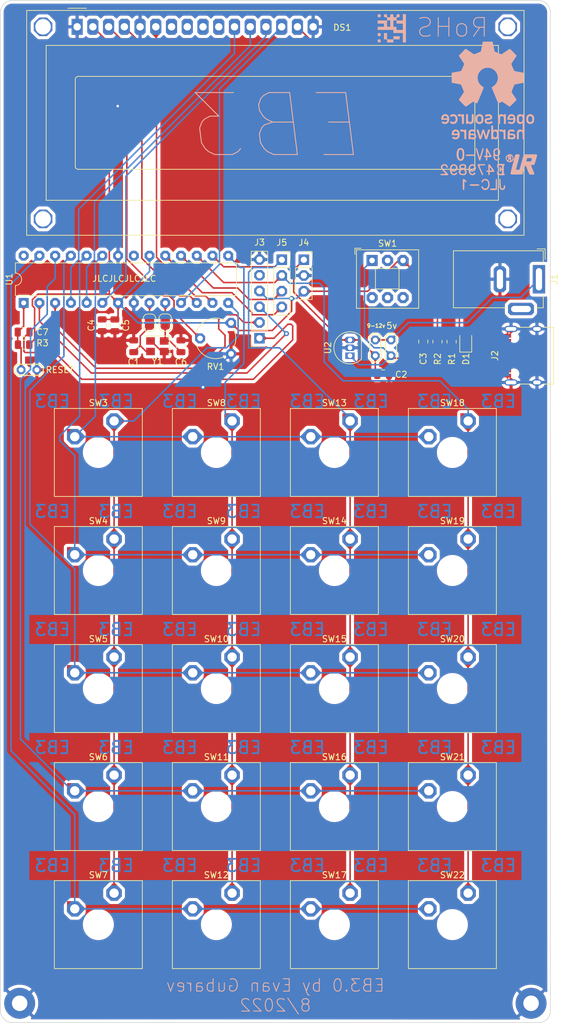
<source format=kicad_pcb>
(kicad_pcb (version 20211014) (generator pcbnew)
  (layers (0 "F.Cu" signal) (31 "B.Cu" signal) (34 "B.Paste" user) (35 "F.Paste" user) (36 "B.SilkS" user "B.Silkscreen") (37 "F.SilkS" user "F.Silkscreen") (38 "B.Mask" user) (39 "F.Mask" user) (44 "Edge.Cuts" user))
  (net 0 "")
  (net 1 "+9V")
  (net 2 "GND")
  (net 3 "+5V")
  (net 4 "Net-(D1-Pad2)")
  (net 5 "Net-(DS1-Pad3)")
  (net 6 "PD6")
  (net 7 "PD7")
  (net 12 "PD2")
  (net 13 "PD3")
  (net 14 "PD4")
  (net 15 "PD5")
  (net 16 "Net-(DS1-Pad15)")
  (net 17 "Net-(C7-Pad1)")
  (net 18 "PC6")
  (net 19 "RX")
  (net 20 "TX")
  (net 22 "Net-(C1-Pad1)")
  (net 23 "PC0")
  (net 24 "PB0")
  (net 25 "PC1")
  (net 26 "PC2")
  (net 27 "PC3")
  (net 28 "PC4")
  (net 29 "PB1")
  (net 30 "PB2")
  (net 31 "PB3")
  (net 32 "Net-(C6-Pad1)")
  (net 33 "PB4")
  (net 34 "PB5")
  (net 36 "PC5")
  (net 37 "/+5V_input")
  (net 38 "Net-(JP3-Pad1)")
  (net 39 "Net-(JP5-Pad1)")
  (net 40 "Net-(J1-Pad1)")
  (footprint "LED_SMD:LED_0805_2012Metric" (layer "F.Cu") (at 151.384 80.5415 90)
    (fp_text reference "D1")
    (fp_text value "LED")
  )
  (footprint "Capacitor_SMD:C_0805_2012Metric" (layer "F.Cu") (at 94.742 77.912 -90)
    (fp_text reference "C5")
    (fp_text value "10uF")
  )
  (footprint "Jumper:SolderJumper-2_P1.3mm_Open_RoundedPad1.0x1.5mm" (layer "F.Cu") (at 100.33 77.485 -90)
    (fp_text reference "JP3" hide)
    (fp_text value "SolderJumper_2_Open")
  )
  (footprint "Connector_PinSocket_2.54mm:PinSocket_1x03_P2.54mm_Vertical" (layer "F.Cu") (at 125.247 67.325)
    (fp_text reference "J4")
    (fp_text value "Power Connectors")
  )
  (footprint "Connector_PinSocket_2.54mm:PinSocket_1x06_P2.54mm_Vertical" (layer "F.Cu") (at 118.085 79.985 180)
    (fp_text reference "J3")
    (fp_text value "Programming Connectors")
  )
  (footprint "Capacitor_SMD:C_0805_2012Metric" (layer "F.Cu") (at 138.049 85.852)
    (fp_text reference "C2")
    (fp_text value "10uF")
  )
  (footprint "MountingHole:MountingHole_2.5mm_Pad" (layer "F.Cu") (at 79.375 187.325)
    (fp_text reference "REF**" hide)
    (fp_text value "MountingHole_2.5mm_Pad")
  )
  (footprint "Display:WC1602A" (layer "F.Cu") (at 88.65 29.7275)
    (fp_text reference "DS1")
    (fp_text value "WC1602A")
  )
  (footprint "Switch_Keyboard_Cherry_MX:SW_Cherry_MX_Plate_1.00u" (layer "F.Cu") (at 92.075 98.425)
    (fp_text reference "SW3")
    (fp_text value "CONTROL")
  )
  (footprint "Switch_Keyboard_Cherry_MX:SW_Cherry_MX_Plate_1.00u" (layer "F.Cu") (at 130.175 136.525)
    (fp_text reference "SW15")
    (fp_text value "6")
  )
  (footprint "Switch_Keyboard_Cherry_MX:SW_Cherry_MX_Plate_1.00u" (layer "F.Cu") (at 111.125 117.475)
    (fp_text reference "SW9")
    (fp_text value "8")
  )
  (footprint "Switch_Keyboard_Cherry_MX:SW_Cherry_MX_Plate_1.00u" (layer "F.Cu") (at 92.075 136.525)
    (fp_text reference "SW5")
    (fp_text value "4")
  )
  (footprint "Package_DIP:DIP-28_W7.62mm" (layer "F.Cu") (at 80.02 74.285 90)
    (fp_text reference "U1")
    (fp_text value "ATmega328-P")
  )
  (footprint "Jumper:SolderJumper-2_P1.3mm_Open_RoundedPad1.0x1.5mm" (layer "F.Cu") (at 102.87 77.47 -90)
    (fp_text reference "JP5" hide)
    (fp_text value "SolderJumper_2_Open")
  )
  (footprint "Potentiometer_THT:Potentiometer_Piher_PT-6-V_Vertical_Hole" (layer "F.Cu") (at 113.498 77.51 180)
    (fp_text reference "RV1")
    (fp_text value "10k")
  )
  (footprint "Resistor_SMD:R_0805_2012Metric" (layer "F.Cu") (at 80.01 81.026 180)
    (fp_text reference "R3")
    (fp_text value "10k")
  )
  (footprint "Switch_Keyboard_Cherry_MX:SW_Cherry_MX_Plate_1.00u" (layer "F.Cu") (at 111.125 136.525)
    (fp_text reference "SW10")
    (fp_text value "5")
  )
  (footprint "Switch_Keyboard_Cherry_MX:SW_Cherry_MX_Plate_1.00u" (layer "F.Cu") (at 92.075 174.625)
    (fp_text reference "SW7")
    (fp_text value "ENTER")
  )
  (footprint "Capacitor_SMD:C_0805_2012Metric" (layer "F.Cu") (at 144.526 80.518 90)
    (fp_text reference "C3")
    (fp_text value "10uF")
  )
  (footprint "TestPoint:TestPoint_2Pads_Pitch2.54mm_Drill0.8mm" (layer "F.Cu") (at 136.779 80.264 -90)
    (fp_text reference "JP2" hide)
    (fp_text value "9-12v")
  )
  (footprint "Switch_Keyboard_Cherry_MX:SW_Cherry_MX_Plate_1.00u" (layer "F.Cu") (at 111.125 174.625)
    (fp_text reference "SW12")
    (fp_text value "0")
  )
  (footprint "Switch_Keyboard_Cherry_MX:SW_Cherry_MX_Plate_1.00u" (layer "F.Cu") (at 149.225 117.475)
    (fp_text reference "SW19")
    (fp_text value "MULT")
  )
  (footprint "Switch_Keyboard_Cherry_MX:SW_Cherry_MX_Plate_1.00u" (layer "F.Cu") (at 130.175 98.425)
    (fp_text reference "SW13")
    (fp_text value "DEL")
  )
  (footprint "TestPoint:TestPoint_2Pads_Pitch2.54mm_Drill0.8mm" (layer "F.Cu") (at 82.149 85.09 180)
    (fp_text reference "JP4" hide)
    (fp_text value "RESET")
  )
  (footprint "Capacitor_SMD:C_0805_2012Metric" (layer "F.Cu") (at 92.6846 77.9018 -90)
    (fp_text reference "C4")
    (fp_text value "0.1uF")
  )
  (footprint "Crystal:Crystal_SMD_3225-4Pin_3.2x2.5mm" (layer "F.Cu") (at 101.6 81.28 180)
    (fp_text reference "Y1")
    (fp_text value "16MHz")
  )
  (footprint "Switch_Keyboard_Cherry_MX:SW_Cherry_MX_Plate_1.00u" (layer "F.Cu") (at 149.225 155.575)
    (fp_text reference "SW21")
    (fp_text value "SUB")
  )
  (footprint "Connector_BarrelJack:BarrelJack_GCT_DCJ200-10-A_Horizontal" (layer "F.Cu") (at 163.195 70.47 -90)
    (fp_text reference "J1")
    (fp_text value "Barrel_Jack")
  )
  (footprint "Switch_Keyboard_Cherry_MX:SW_Cherry_MX_Plate_1.00u" (layer "F.Cu") (at 149.225 136.525)
    (fp_text reference "SW20")
    (fp_text value "DIV")
  )
  (footprint "Switch_Keyboard_Cherry_MX:SW_Cherry_MX_Plate_1.00u" (layer "F.Cu") (at 111.125 98.425)
    (fp_text reference "SW8")
    (fp_text value "ALT")
  )
  (footprint "Capacitor_SMD:C_0805_2012Metric" (layer "F.Cu") (at 80.01 78.994 180)
    (fp_text reference "C7")
    (fp_text value "100n")
  )
  (footprint "Capacitor_SMD:C_0805_2012Metric" (layer "F.Cu") (at 105.41 81.28 90)
    (fp_text reference "C6")
    (fp_text value "22pf")
  )
  (footprint "Switch_Keyboard_Cherry_MX:SW_Cherry_MX_Plate_1.00u" (layer "F.Cu") (at 111.125 155.575)
    (fp_text reference "SW11")
    (fp_text value "2")
  )
  (footprint "Connector_PinSocket_2.54mm:PinSocket_1x04_P2.54mm_Vertical" (layer "F.Cu") (at 121.691 67.32)
    (fp_text reference "J5")
    (fp_text value "SPI Connectors")
  )
  (footprint "Switch_Keyboard_Cherry_MX:SW_Cherry_MX_Plate_1.00u" (layer "F.Cu") (at 130.175 155.575)
    (fp_text reference "SW16")
    (fp_text value "3")
  )
  (footprint "Capacitor_SMD:C_0805_2012Metric" (layer "F.Cu") (at 97.79 81.28 90)
    (fp_text reference "C1")
    (fp_text value "22pf")
  )
  (footprint "Switch_Keyboard_Cherry_MX:SW_Cherry_MX_Plate_1.00u" (layer "F.Cu") (at 149.225 98.425)
    (fp_text reference "SW18")
    (fp_text value "CLR")
  )
  (footprint "Switch_Keyboard_Cherry_MX:SW_Cherry_MX_Plate_1.00u" (layer "F.Cu") (at 92.075 117.475)
    (fp_text reference "SW4")
    (fp_text value "7")
  )
  (footprint "Connector_USB:USB_C_Receptacle_XKB_U262-16XN-4BVC11" (layer "F.Cu") (at 161.798 82.804 90)
    (fp_text reference "J2")
    (fp_text value "USB_C_Receptacle")
  )
  (footprint "Switch_Keyboard_Cherry_MX:SW_Cherry_MX_Plate_1.00u" (layer "F.Cu") (at 92.075 155.575)
    (fp_text reference "SW6")
    (fp_text value "1")
  )
  (footprint "Button_Switch_THT:SW_Push_2P2T_Toggle_CK_PVA2OAH5xxxxxxV2" (layer "F.Cu") (at 136.2615 67.4355)
    (fp_text reference "SW1")
    (fp_text value "SW_SPST")
  )
  (footprint "Switch_Keyboard_Cherry_MX:SW_Cherry_MX_Plate_1.00u" (layer "F.Cu") (at 149.225 174.625)
    (fp_text reference "SW22")
    (fp_text value "ADD")
  )
  (footprint "Resistor_SMD:R_0805_2012Metric" (layer "F.Cu") (at 149.098 80.5415 90)
    (fp_text reference "R1")
    (fp_text value "50")
  )
  (footprint "Switch_Keyboard_Cherry_MX:SW_Cherry_MX_Plate_1.00u" (layer "F.Cu") (at 130.175 174.625)
    (fp_text reference "SW17")
    (fp_text value "DOT")
  )
  (footprint "Package_TO_SOT_THT:TO-92_Inline" (layer "F.Cu") (at 132.694 82.804 90)
    (fp_text reference "U2")
    (fp_text value "L78L05_TO92")
  )
  (footprint "Switch_Keyboard_Cherry_MX:SW_Cherry_MX_Plate_1.00u" (layer "F.Cu") (at 130.175 117.475)
    (fp_text reference "SW14")
    (fp_text value "9")
  )
  (footprint "TestPoint:TestPoint_2Pads_Pitch2.54mm_Drill0.8mm" (layer "F.Cu") (at 139.319 80.264 -90)
    (fp_text reference "JP1" hide)
    (fp_text value "5v")
  )
  (footprint "Resistor_SMD:R_0805_2012Metric" (layer "F.Cu") (at 146.812 80.5415 90)
    (fp_text reference "R2")
    (fp_text value "220")
  )
  (footprint "MountingHole:MountingHole_2.5mm_Pad" (layer "F.Cu") (at 161.925 187.325)
    (fp_text reference "REF**" hide)
    (fp_text value "MountingHole_2.5mm_Pad")
  )
  (footprint "LOGO" (layer "B.Cu") (at 154.94 52.07 180)
    (fp_text reference "G***" hide)
    (fp_text value "LOGO" hide)
  )
  (footprint "LOGO" (layer "B.Cu") (at 139.7 30.226 180)
    (fp_text reference "G***" hide)
    (fp_text value "LOGO" hide)
  )
  (footprint "LOGO" (layer "B.Cu") (at 154.94 40.005 180)
    (fp_text reference "G***" hide)
    (fp_text value "LOGO" hide)
  )
  (gr_line (start 165.048362 188.543362) (end 165.022962 27.382038) (layer "Edge.Cuts") (width 0.1))
  (gr_line (start 163.117962 25.477038) (end 78.182038 25.477038) (layer "Edge.Cuts") (width 0.1))
  (gr_line (start 76.277038 27.382038) (end 76.277038 188.517962) (layer "Edge.Cuts") (width 0.1))
  (gr_arc (start 163.117962 25.477038) (mid 164.465 26.035) (end 165.022962 27.382038) (layer "Edge.Cuts") (width 0.1))
  (gr_line (start 163.143362 190.448362) (end 78.182038 190.422962) (layer "Edge.Cuts") (width 0.1))
  (gr_arc (start 78.182038 190.422962) (mid 76.835 189.865) (end 76.277038 188.517962) (layer "Edge.Cuts") (width 0.1))
  (gr_arc (start 165.048362 188.543362) (mid 164.4904 189.8904) (end 163.143362 190.448362) (layer "Edge.Cuts") (width 0.1))
  (gr_arc (start 76.277038 27.382038) (mid 76.835 26.035) (end 78.182038 25.477038) (layer "Edge.Cuts") (width 0.1))
  (gr_text "EB3.0    8/2022" (at 121.92 187.96) (layer "F.Cu") (effects (font (size 2.5 2.5) (thickness 0.3))))
  (gr_text "EB3   EB3   EB3   EB3   EB3   EB3   EB3   EB3" (at 120.65 107.95) (layer "B.Cu") (effects (font (size 2 2) (thickness 0.3)) (justify mirror)))
  (gr_text "EB3   EB3   EB3   EB3   EB3   EB3   EB3   EB3" (at 120.65 146.05) (layer "B.Cu") (effects (font (size 2 2) (thickness 0.3)) (justify mirror)))
  (gr_text "EB3   EB3   EB3   EB3   EB3   EB3   EB3   EB3" (at 120.65 127) (layer "B.Cu") (effects (font (size 2 2) (thickness 0.3)) (justify mirror)))
  (gr_text "EB3   EB3   EB3   EB3   EB3   EB3   EB3   EB3" (at 120.65 165.1) (layer "B.Cu") (effects (font (size 2 2) (thickness 0.3)) (justify mirror)))
  (gr_text "EB3   EB3   EB3   EB3   EB3   EB3   EB3   EB3" (at 120.65 90.17) (layer "B.Cu") (effects (font (size 2 2) (thickness 0.3)) (justify mirror)))
  (gr_text "RoHS" (at 149.225 29.845) (layer "B.SilkS") (effects (font (size 3 3)) (justify mirror)))
  (gr_text "EB3.0 by Evan Gubarev\n8/2022" (at 120.65 186.055) (layer "B.SilkS") (effects (font (size 2 2)) (justify mirror)))
  (gr_text "EB3" (at 121.285 45.72) (layer "B.SilkS") (effects (font (size 10 10) (thickness 0.15) italic) (justify mirror)))
  (gr_text "JLCJLCJLCJLC" (at 96.266 70.358) (layer "F.SilkS") (effects (font (size 1 1))))
  (segment (start 134.239 80.264) (end 136.779 82.804) (width 0.25) (layer "F.Cu") (net 1))
  (segment (start 125.247 67.325) (end 123.610557 68.961443) (width 0.25) (layer "F.Cu") (net 1))
  (segment (start 137.099 85.852) (end 136.779 85.532) (width 0.25) (layer "F.Cu") (net 1))
  (segment (start 123.610557 68.961443) (end 123.610557 72.556557) (width 0.25) (layer "F.Cu") (net 1))
  (segment (start 136.779 85.532) (end 136.779 82.804) (width 0.25) (layer "F.Cu") (net 1))
  (segment (start 131.318 80.264) (end 132.694 80.264) (width 0.25) (layer "F.Cu") (net 1))
  (segment (start 123.610557 72.556557) (end 131.318 80.264) (width 0.25) (layer "F.Cu") (net 1))
  (segment (start 132.694 80.264) (end 134.239 80.264) (width 0.25) (layer "F.Cu") (net 1))
  (segment (start 158.128 79.049) (end 158.693 78.484) (width 0.25) (layer "F.Cu") (net 2))
  (segment (start 144.526 79.568) (end 142.748 81.346) (width 0.25) (layer "F.Cu") (net 2))
  (segment (start 158.693 78.484) (end 162.873 78.484) (width 0.25) (layer "F.Cu") (net 2))
  (segment (start 151.384 81.479) (end 153.409 79.454) (width 0.25) (layer "F.Cu") (net 2))
  (segment (start 143.725 82.765) (end 150.622 82.765) (width 0.25) (layer "F.Cu") (net 2))
  (segment (start 158.128 79.454) (end 158.128 79.049) (width 0.25) (layer "F.Cu") (net 2))
  (segment (start 158.693 87.124) (end 162.873 87.124) (width 0.25) (layer "F.Cu") (net 2))
  (segment (start 150.622 82.765) (end 151.384 82.003) (width 0.25) (layer "F.Cu") (net 2))
  (segment (start 153.409 79.454) (end 158.128 79.454) (width 0.25) (layer "F.Cu") (net 2))
  (segment (start 102.3 82.13) (end 102.7 82.13) (width 0.25) (layer "F.Cu") (net 2))
  (segment (start 151.384 82.003) (end 151.384 81.479) (width 0.25) (layer "F.Cu") (net 2))
  (segment (start 142.748 81.788) (end 143.725 82.765) (width 0.25) (layer "F.Cu") (net 2))
  (segment (start 100.6 80.43) (end 102.3 82.13) (width 0.25) (layer "F.Cu") (net 2))
  (segment (start 142.748 81.346) (end 142.748 81.788) (width 0.25) (layer "F.Cu") (net 2))
  (segment (start 100.5 80.43) (end 100.6 80.43) (width 0.25) (layer "F.Cu") (net 2))
  (segment (start 162.873 87.124) (end 162.873 78.484) (width 0.25) (layer "F.Cu") (net 2))
  (via (at 108.966 87.884) (size 0.8) (drill 0.4) (layers "F.Cu" "B.Cu") (net 2))
  (via (at 95.1992 42.5196) (size 0.8) (drill 0.4) (layers "F.Cu" "B.Cu") (net 2))
  (segment (start 108.966 87.884) (end 108.966 87.042) (width 0.25) (layer "B.Cu") (net 2))
  (segment (start 108.966 87.042) (end 113.498 82.51) (width 0.25) (layer "B.Cu") (net 2))
  (segment (start 140.529088 67.4355) (end 135.559588 72.405) (width 0.25) (layer "F.Cu") (net 3))
  (segment (start 94.742 76.962) (end 95.26 76.444) (width 0.25) (layer "F.Cu") (net 3))
  (segment (start 120.142 78.74) (end 123.275 75.607) (width 0.25) (layer "F.Cu") (net 3))
  (segment (start 93.845 32.3825) (end 93.845 72.87) (width 0.25) (layer "F.Cu") (net 3))
  (segment (start 81.435 73.759) (end 82.324 72.87) (width 0.25) (layer "F.Cu") (net 3))
  (segment (start 113.498 77.51) (end 114.728 78.74) (width 0.25) (layer "F.Cu") (net 3))
  (segment (start 141.2615 67.4355) (end 140.529088 67.4355) (width 0.25) (layer "F.Cu") (net 3))
  (segment (start 94.7318 76.9518) (end 94.742 76.962) (width 0.25) (layer "F.Cu") (net 3))
  (segment (start 81.785 80.1635) (end 81.785 75.100991) (width 0.25) (layer "F.Cu") (net 3))
  (segment (start 81.435 74.750991) (end 81.435 73.759) (width 0.25) (layer "F.Cu") (net 3))
  (segment (start 141.2615 67.4355) (end 146.812 72.986) (width 0.25) (layer "F.Cu") (net 3))
  (segment (start 95.26 76.444) (end 95.26 74.285) (width 0.25) (layer "F.Cu") (net 3))
  (segment (start 81.785 75.100991) (end 81.435 74.750991) (width 0.25) (layer "F.Cu") (net 3))
  (segment (start 93.845 72.87) (end 95.26 74.285) (width 0.25) (layer "F.Cu") (net 3))
  (segment (start 80.9225 81.026) (end 81.785 80.1635) (width 0.25) (layer "F.Cu") (net 3))
  (segment (start 92.6846 76.9518) (end 94.7318 76.9518) (width 0.25) (layer "F.Cu") (net 3))
  (segment (start 114.728 78.74) (end 120.142 78.74) (width 0.25) (layer "F.Cu") (net 3))
  (segment (start 91.19 29.7275) (end 93.845 32.3825) (width 0.25) (layer "F.Cu") (net 3))
  (segment (start 135.559588 72.405) (end 125.247 72.405) (width 0.25) (layer "F.Cu") (net 3))
  (segment (start 123.275 75.607) (end 123.275 73.575) (width 0.25) (layer "F.Cu") (net 3))
  (segment (start 146.812 72.986) (end 146.812 79.629) (width 0.25) (layer "F.Cu") (net 3))
  (segment (start 82.324 72.87) (end 93.845 72.87) (width 0.25) (layer "F.Cu") (net 3))
  (segment (start 144.973 81.468) (end 146.812 79.629) (width 0.25) (layer "F.Cu") (net 3))
  (segment (start 144.526 81.468) (end 144.973 81.468) (width 0.25) (layer "F.Cu") (net 3))
  (segment (start 146.812 79.629) (end 149.098 79.629) (width 0.25) (layer "F.Cu") (net 3))
  (via (at 123.275 73.575) (size 0.8) (drill 0.4) (layers "F.Cu" "B.Cu") (net 3))
  (segment (start 124.077 73.575) (end 123.275 73.575) (width 0.25) (layer "B.Cu") (net 3))
  (segment (start 100.34 66.665) (end 100.34 69.205) (width 0.25) (layer "B.Cu") (net 3))
  (segment (start 98.485 77.51) (end 113.498 77.51) (width 0.25) (layer "B.Cu") (net 3))
  (segment (start 95.26 74.285) (end 98.485 77.51) (width 0.25) (layer "B.Cu") (net 3))
  (segment (start 100.34 69.205) (end 95.26 74.285) (width 0.25) (layer "B.Cu") (net 3))
  (segment (start 125.247 72.405) (end 124.077 73.575) (width 0.25) (layer "B.Cu") (net 3))
  (segment (start 119.295 73.575) (end 118.085 72.365) (width 0.25) (layer "B.Cu") (net 3))
  (segment (start 123.275 73.575) (end 119.295 73.575) (width 0.25) (layer "B.Cu") (net 3))
  (segment (start 149.098 81.454) (end 149.686 81.454) (width 0.25) (layer "F.Cu") (net 4))
  (segment (start 151.384 79.756) (end 151.384 79.604) (width 0.25) (layer "F.Cu") (net 4))
  (segment (start 149.686 81.454) (end 151.384 79.756) (width 0.25) (layer "F.Cu") (net 4))
  (segment (start 103.541 73.16) (end 104.295 73.914) (width 0.25) (layer "F.Cu") (net 5))
  (segment (start 102.624 73.16) (end 103.541 73.16) (width 0.25) (layer "F.Cu") (net 5))
  (segment (start 96.675 67.211) (end 102.624 73.16) (width 0.25) (layer "F.Cu") (net 5))
  (segment (start 93.73 29.7275) (end 96.675 32.6725) (width 0.25) (layer "F.Cu") (net 5))
  (segment (start 96.675 32.6725) (end 96.675 67.211) (width 0.25) (layer "F.Cu") (net 5))
  (segment (start 104.295 73.914) (end 104.295 75.807) (width 0.25) (layer "F.Cu") (net 5))
  (segment (start 104.295 75.807) (end 108.498 80.01) (width 0.25) (layer "F.Cu") (net 5))
  (segment (start 96.27 29.7275) (end 99.104801 32.562301) (width 0.25) (layer "F.Cu") (net 6))
  (segment (start 105.164 73.16) (end 106.835 73.16) (width 0.25) (layer "F.Cu") (net 6))
  (segment (start 106.835 73.16) (end 107.96 74.285) (width 0.25) (layer "F.Cu") (net 6))
  (segment (start 99.104801 32.562301) (end 99.104801 67.100801) (width 0.25) (layer "F.Cu") (net 6))
  (segment (start 99.104801 67.100801) (end 105.164 73.16) (width 0.25) (layer "F.Cu") (net 6))
  (segment (start 101.465 66.921) (end 107.704 73.16) (width 0.25) (layer "F.Cu") (net 7))
  (segment (start 101.465 29.8425) (end 101.465 66.921) (width 0.25) (layer "F.Cu") (net 7))
  (segment (start 107.704 73.16) (end 109.375 73.16) (width 0.25) (layer "F.Cu") (net 7))
  (segment (start 101.35 29.7275) (end 101.465 29.8425) (width 0.25) (layer "F.Cu") (net 7))
  (segment (start 109.375 73.16) (end 110.5 74.285) (width 0.25) (layer "F.Cu") (net 7))
  (segment (start 88.9 59.182) (end 88.9 67.308604) (width 0.25) (layer "B.Cu") (net 12))
  (segment (start 114.05 34.032) (end 88.9 59.182) (width 0.25) (layer "B.Cu") (net 12))
  (segment (start 87.64 68.568604) (end 87.64 74.285) (width 0.25) (layer "B.Cu") (net 12))
  (segment (start 88.9 67.308604) (end 87.64 68.568604) (width 0.25) (layer "B.Cu") (net 12))
  (segment (start 114.05 29.7275) (end 114.05 34.032) (width 0.25) (layer "B.Cu") (net 12))
  (segment (start 116.59 32.762) (end 91.44 57.912) (width 0.25) (layer "B.Cu") (net 13))
  (segment (start 116.59 29.7275) (end 116.59 32.762) (width 0.25) (layer "B.Cu") (net 13))
  (segment (start 91.44 67.308604) (end 90.18 68.568604) (width 0.25) (layer "B.Cu") (net 13))
  (segment (start 90.18 68.568604) (end 90.18 74.285) (width 0.25) (layer "B.Cu") (net 13))
  (segment (start 91.44 57.912) (end 91.44 67.308604) (width 0.25) (layer "B.Cu") (net 13))
  (segment (start 119.13 29.7275) (end 119.13 31.238) (width 0.25) (layer "B.Cu") (net 14))
  (segment (start 96.52 70.485) (end 92.72 74.285) (width 0.25) (layer "B.Cu") (net 14))
  (segment (start 119.13 31.238) (end 96.52 53.848) (width 0.25) (layer "B.Cu") (net 14))
  (segment (start 96.52 53.848) (end 96.52 70.485) (width 0.25) (layer "B.Cu") (net 14))
  (segment (start 111.625 39.7725) (end 111.625 68.08) (width 0.25) (layer "B.Cu") (net 15))
  (segment (start 121.67 29.7275) (end 111.625 39.7725) (width 0.25) (layer "B.Cu") (net 15))
  (segment (start 111.625 68.08) (end 105.42 74.285) (width 0.25) (layer "B.Cu") (net 15))
  (segment (start 147.7995 80.4665) (end 149.9115 80.4665) (width 0.25) (layer "F.Cu") (net 16))
  (segment (start 150.359 80.019) (end 150.359 55.8765) (width 0.25) (layer "F.Cu") (net 16))
  (segment (start 149.9115 80.4665) (end 150.359 80.019) (width 0.25) (layer "F.Cu") (net 16))
  (segment (start 146.812 81.454) (end 147.7995 80.4665) (width 0.25) (layer "F.Cu") (net 16))
  (segment (start 150.359 55.8765) (end 124.21 29.7275) (width 0.25) (layer "F.Cu") (net 16))
  (segment (start 89.408 86.614) (end 85.09 82.296) (width 0.25) (layer "F.Cu") (net 17))
  (segment (start 123.19 77.724) (end 123.444 77.978) (width 0.25) (layer "F.Cu") (net 17))
  (segment (start 120.421 79.985) (end 122.682 77.724) (width 0.25) (layer "F.Cu") (net 17))
  (segment (start 80.059 82.091) (end 80.059 79.895) (width 0.25) (layer "F.Cu") (net 17))
  (segment (start 80.059 79.895) (end 80.96 78.994) (width 0.25) (layer "F.Cu") (net 17))
  (segment (start 85.09 82.296) (end 80.264 82.296) (width 0.25) (layer "F.Cu") (net 17))
  (segment (start 80.264 82.296) (end 80.059 82.091) (width 0.25) (layer "F.Cu") (net 17))
  (segment (start 123.444 77.978) (end 123.444 80.264) (width 0.25) (layer "F.Cu") (net 17))
  (segment (start 118.085 79.985) (end 120.421 79.985) (width 0.25) (layer "F.Cu") (net 17))
  (segment (start 117.094 86.614) (end 89.408 86.614) (width 0.25) (layer "F.Cu") (net 17))
  (segment (start 123.444 80.264) (end 117.094 86.614) (width 0.25) (layer "F.Cu") (net 17))
  (segment (start 122.682 77.724) (end 123.19 77.724) (width 0.25) (layer "F.Cu") (net 17))
  (segment (start 79.609 81.5375) (end 79.609 85.09) (width 0.25) (layer "F.Cu") (net 18))
  (segment (start 79.06 80.9885) (end 79.0975 81.026) (width 0.25) (layer "F.Cu") (net 18))
  (segment (start 80.02 74.285) (end 80.02 78.034) (width 0.25) (layer "F.Cu") (net 18))
  (segment (start 79.0975 81.026) (end 79.609 81.5375) (width 0.25) (layer "F.Cu") (net 18))
  (segment (start 79.06 78.994) (end 79.06 80.9885) (width 0.25) (layer "F.Cu") (net 18))
  (segment (start 80.02 78.034) (end 79.06 78.994) (width 0.25) (layer "F.Cu") (net 18))
  (segment (start 82.56 77.226) (end 82.56 74.285) (width 0.25) (layer "F.Cu") (net 19))
  (segment (start 122.428 79.248) (end 116.078 85.598) (width 0.25) (layer "F.Cu") (net 19))
  (segment (start 90.932 85.598) (end 82.56 77.226) (width 0.25) (layer "F.Cu") (net 19))
  (segment (start 116.078 85.598) (end 90.932 85.598) (width 0.25) (layer "F.Cu") (net 19))
  (via (at 122.428 79.248) (size 0.8) (drill 0.4) (layers "F.Cu" "B.Cu") (net 19))
  (segment (start 118.085 74.905) (end 122.428 79.248) (width 0.25) (layer "B.Cu") (net 19))
  (segment (start 118.085 77.445) (end 115.545 77.445) (width 0.25) (layer "F.Cu") (net 20))
  (segment (start 91.694 84.836) (end 85.1 78.242) (width 0.25) (layer "F.Cu") (net 20))
  (segment (start 111.506 78.486) (end 112.522 79.502) (width 0.25) (layer "F.Cu") (net 20))
  (segment (start 114.3 76.2) (end 112.268 76.2) (width 0.25) (layer "F.Cu") (net 20))
  (segment (start 112.522 81.28) (end 108.966 84.836) (width 0.25) (layer "F.Cu") (net 20))
  (segment (start 108.966 84.836) (end 91.694 84.836) (width 0.25) (layer "F.Cu") (net 20))
  (segment (start 115.545 77.445) (end 114.3 76.2) (width 0.25) (layer "F.Cu") (net 20))
  (segment (start 85.1 78.242) (end 85.1 74.285) (width 0.25) (layer "F.Cu") (net 20))
  (segment (start 112.268 76.2) (end 111.506 76.962) (width 0.25) (layer "F.Cu") (net 20))
  (segment (start 111.506 76.962) (end 111.506 78.486) (width 0.25) (layer "F.Cu") (net 20))
  (segment (start 112.522 79.502) (end 112.522 81.28) (width 0.25) (layer "F.Cu") (net 20))
  (segment (start 99.79 82.13) (end 100.5 82.13) (width 0.25) (layer "F.Cu") (net 22))
  (segment (start 98.84 81.18) (end 99.79 82.13) (width 0.25) (layer "F.Cu") (net 22))
  (segment (start 98.84 79.625) (end 100.33 78.135) (width 0.25) (layer "F.Cu") (net 22))
  (segment (start 98.84 81.18) (end 98.84 79.625) (width 0.25) (layer "F.Cu") (net 22))
  (segment (start 97.79 82.23) (end 98.84 81.18) (width 0.25) (layer "F.Cu") (net 22))
  (segment (start 91.595 67.79) (end 92.72 66.665) (width 0.25) (layer "B.Cu") (net 23))
  (segment (start 91.595 92.555) (end 91.595 67.79) (width 0.25) (layer "B.Cu") (net 23))
  (segment (start 88.265 95.885) (end 145.415 95.885) (width 0.25) (layer "B.Cu") (net 23))
  (segment (start 88.265 95.885) (end 91.595 92.555) (width 0.25) (layer "B.Cu") (net 23))
  (segment (start 94.615 93.345) (end 94.615 169.545) (width 0.25) (layer "F.Cu") (net 24))
  (segment (start 94.615 93.345) (end 97.803248 93.345) (width 0.25) (layer "B.Cu") (net 24))
  (segment (start 97.803248 93.345) (end 109.614248 81.534) (width 0.25) (layer "B.Cu") (net 24))
  (segment (start 112.776 81.534) (end 114.633 79.677) (width 0.25) (layer "B.Cu") (net 24))
  (segment (start 114.633 79.677) (end 114.633 75.878) (width 0.25) (layer "B.Cu") (net 24))
  (segment (start 114.633 75.878) (end 113.04 74.285) (width 0.25) (layer "B.Cu") (net 24))
  (segment (start 109.614248 81.534) (end 112.776 81.534) (width 0.25) (layer "B.Cu") (net 24))
  (segment (start 89.055 92.555) (end 89.055 67.79) (width 0.25) (layer "B.Cu") (net 25))
  (segment (start 85.852 95.758) (end 89.055 92.555) (width 0.25) (layer "B.Cu") (net 25))
  (segment (start 89.055 67.79) (end 90.18 66.665) (width 0.25) (layer "B.Cu") (net 25))
  (segment (start 88.265 114.935) (end 146.177 114.935) (width 0.25) (layer "B.Cu") (net 25))
  (segment (start 85.852 96.52) (end 85.852 95.758) (width 0.25) (layer "B.Cu") (net 25))
  (segment (start 146.177 114.935) (end 146.558 115.316) (width 0.25) (layer "B.Cu") (net 25))
  (segment (start 88.265 98.933) (end 85.852 96.52) (width 0.25) (layer "B.Cu") (net 25))
  (segment (start 88.265 114.935) (end 88.265 98.933) (width 0.25) (layer "B.Cu") (net 25))
  (segment (start 86.515 82.903) (end 86.515 67.79) (width 0.25) (layer "B.Cu") (net 26))
  (segment (start 145.415 133.985) (end 88.265 133.985) (width 0.25) (layer "B.Cu") (net 26))
  (segment (start 86.515 67.79) (end 87.64 66.665) (width 0.25) (layer "B.Cu") (net 26))
  (segment (start 81.026 88.392) (end 86.515 82.903) (width 0.25) (layer "B.Cu") (net 26))
  (segment (start 88.265 133.985) (end 88.265 117.221) (width 0.25) (layer "B.Cu") (net 26))
  (segment (start 88.265 117.221) (end 81.026 109.982) (width 0.25) (layer "B.Cu") (net 26))
  (segment (start 81.026 109.982) (end 81.026 88.392) (width 0.25) (layer "B.Cu") (net 26))
  (segment (start 145.415 153.035) (end 88.265 153.035) (width 0.25) (layer "B.Cu") (net 27))
  (segment (start 79.61301 144.78) (end 79.502 144.78) (width 0.25) (layer "B.Cu") (net 27))
  (segment (start 79.502 144.78) (end 79.502 86.646569) (width 0.25) (layer "B.Cu") (net 27))
  (segment (start 81.124 78.815991) (end 83.82 76.119991) (width 0.25) (layer "B.Cu") (net 27))
  (segment (start 88.265 153.035) (end 87.86801 153.035) (width 0.25) (layer "B.Cu") (net 27))
  (segment (start 85.1 70.348) (end 85.1 66.665) (width 0.25) (layer "B.Cu") (net 27))
  (segment (start 81.124 85.024569) (end 81.124 78.815991) (width 0.25) (layer "B.Cu") (net 27))
  (segment (start 83.82 76.119991) (end 83.82 71.628) (width 0.25) (layer "B.Cu") (net 27))
  (segment (start 83.82 71.628) (end 85.1 70.348) (width 0.25) (layer "B.Cu") (net 27))
  (segment (start 87.86801 153.035) (end 79.61301 144.78) (width 0.25) (layer "B.Cu") (net 27))
  (segment (start 79.502 86.646569) (end 81.124 85.024569) (width 0.25) (layer "B.Cu") (net 27))
  (segment (start 77.978 146.558) (end 77.978 71.247) (width 0.25) (layer "B.Cu") (net 28))
  (segment (start 77.978 71.247) (end 82.56 66.665) (width 0.25) (layer "B.Cu") (net 28))
  (segment (start 88.265 156.845) (end 77.978 146.558) (width 0.25) (layer "B.Cu") (net 28))
  (segment (start 88.265 172.085) (end 145.415 172.085) (width 0.25) (layer "B.Cu") (net 28))
  (segment (start 88.265 172.085) (end 88.265 156.845) (width 0.25) (layer "B.Cu") (net 28))
  (segment (start 113.665 169.545) (end 113.665 93.345) (width 0.25) (layer "F.Cu") (net 29))
  (segment (start 113.665 93.345) (end 112.555952 92.235952) (width 0.25) (layer "B.Cu") (net 29))
  (segment (start 115.57 68.58) (end 114.955 68.58) (width 0.25) (layer "B.Cu") (net 29))
  (segment (start 112.555952 92.235952) (end 112.555952 87.088048) (width 0.25) (layer "B.Cu") (net 29))
  (segment (start 114.955 68.58) (end 113.04 66.665) (width 0.25) (layer "B.Cu") (net 29))
  (segment (start 115.57 84.074) (end 115.57 68.58) (width 0.25) (layer "B.Cu") (net 29))
  (segment (start 112.555952 87.088048) (end 115.57 84.074) (width 0.25) (layer "B.Cu") (net 29))
  (segment (start 112.295 68.46) (end 110.5 66.665) (width 0.25) (layer "F.Cu") (net 30))
  (segment (start 120.551 68.46) (end 112.295 68.46) (width 0.25) (layer "F.Cu") (net 30))
  (segment (start 121.691 67.32) (end 120.551 68.46) (width 0.25) (layer "F.Cu") (net 30))
  (segment (start 132.715 93.345) (end 132.715 169.545) (width 0.25) (layer "F.Cu") (net 30))
  (segment (start 132.715 93.345) (end 132.715 92.944201) (width 0.25) (layer "B.Cu") (net 30))
  (segment (start 116.332 69.342) (end 117.094 68.58) (width 0.25) (layer "B.Cu") (net 30))
  (segment (start 116.332 81.534) (end 116.332 69.342) (width 0.25) (layer "B.Cu") (net 30))
  (segment (start 121.304799 81.534) (end 116.332 81.534) (width 0.25) (layer "B.Cu") (net 30))
  (segment (start 120.431 68.58) (end 121.691 67.32) (width 0.25) (layer "B.Cu") (net 30))
  (segment (start 132.715 92.944201) (end 121.304799 81.534) (width 0.25) (layer "B.Cu") (net 30))
  (segment (start 117.094 68.58) (end 120.431 68.58) (width 0.25) (layer "B.Cu") (net 30))
  (segment (start 112.295 71) (end 107.96 66.665) (width 0.25) (layer "F.Cu") (net 31))
  (segment (start 120.551 71) (end 112.295 71) (width 0.25) (layer "F.Cu") (net 31))
  (segment (start 121.691 69.86) (end 120.551 71) (width 0.25) (layer "F.Cu") (net 31))
  (segment (start 151.765 93.345) (end 151.765 169.545) (width 0.25) (layer "F.Cu") (net 31))
  (segment (start 151.765 91.422772) (end 147.210228 86.868) (width 0.25) (layer "B.Cu") (net 31))
  (segment (start 131.572 86.868) (end 128.524 83.82) (width 0.25) (layer "B.Cu") (net 31))
  (segment (start 122.951 71.12) (end 121.691 69.86) (width 0.25) (layer "B.Cu") (net 31))
  (segment (start 127.762 71.12) (end 122.951 71.12) (width 0.25) (layer "B.Cu") (net 31))
  (segment (start 147.210228 86.868) (end 131.572 86.868) (width 0.25) (layer "B.Cu") (net 31))
  (segment (start 128.524 83.82) (end 128.524 71.882) (width 0.25) (layer "B.Cu") (net 31))
  (segment (start 151.765 93.345) (end 151.765 91.422772) (width 0.25) (layer "B.Cu") (net 31))
  (segment (start 128.524 71.882) (end 127.762 71.12) (width 0.25) (layer "B.Cu") (net 31))
  (segment (start 102.87 78.12) (end 102.87 80.26) (width 0.25) (layer "F.Cu") (net 32))
  (segment (start 103.61 80.43) (end 105.41 82.23) (width 0.25) (layer "F.Cu") (net 32))
  (segment (start 102.7 80.43) (end 103.61 80.43) (width 0.25) (layer "F.Cu") (net 32))
  (segment (start 102.87 80.26) (end 102.7 80.43) (width 0.25) (layer "F.Cu") (net 32))
  (segment (start 116.402 73.73) (end 114.554 71.882) (width 0.25) (layer "F.Cu") (net 33))
  (segment (start 110.637 71.882) (end 105.42 66.665) (width 0.25) (layer "F.Cu") (net 33))
  (segment (start 120.361 73.73) (end 116.402 73.73) (width 0.25) (layer "F.Cu") (net 33))
  (segment (start 121.691 72.4) (end 120.361 73.73) (width 0.25) (layer "F.Cu") (net 33))
  (segment (start 114.554 71.882) (end 110.637 71.882) (width 0.25) (layer "F.Cu") (net 33))
  (segment (start 116.84 76.2) (end 116.84 75.836398) (width 0.25) (layer "F.Cu") (net 34))
  (segment (start 120.431 76.2) (end 116.84 76.2) (width 0.25) (layer "F.Cu") (net 34))
  (segment (start 116.84 75.836398) (end 113.647602 72.644) (width 0.25) (layer "F.Cu") (net 34))
  (segment (start 113.647602 72.644) (end 108.859 72.644) (width 0.25) (layer "F.Cu") (net 34))
  (segment (start 108.859 72.644) (end 102.88 66.665) (width 0.25) (layer "F.Cu") (net 34))
  (segment (start 121.691 74.94) (end 120.431 76.2) (width 0.25) (layer "F.Cu") (net 34))
  (segment (start 158.128 85.054) (end 158.128 85.354) (width 0.25) (layer "F.Cu") (net 37))
  (segment (start 157.19 85.054) (end 155.194 83.058) (width 0.25) (layer "F.Cu") (net 37))
  (segment (start 155.194 83.058) (end 155.194 82.296) (width 0.25) (layer "F.Cu") (net 37))
  (segment (start 158.128 85.054) (end 157.19 85.054) (width 0.25) (layer "F.Cu") (net 37))
  (segment (start 158.128 80.554) (end 158.128 80.254) (width 0.25) (layer "F.Cu") (net 37))
  (segment (start 155.194 83.058) (end 155.037 83.215) (width 0.25) (layer "F.Cu") (net 37))
  (segment (start 139.73 83.215) (end 139.319 82.804) (width 0.25) (layer "F.Cu") (net 37))
  (segment (start 155.194 82.296) (end 156.936 80.554) (width 0.25) (layer "F.Cu") (net 37))
  (segment (start 156.936 80.554) (end 158.128 80.554) (width 0.25) (layer "F.Cu") (net 37))
  (segment (start 155.037 83.215) (end 139.73 83.215) (width 0.25) (layer "F.Cu") (net 37))
  (segment (start 132.694 82.804) (end 134.147601 84.257601) (width 0.25) (layer "B.Cu") (net 37))
  (segment (start 136.599431 81.534) (end 138.049 81.534) (width 0.25) (layer "B.Cu") (net 37))
  (segment (start 138.049 81.534) (end 139.319 82.804) (width 0.25) (layer "B.Cu") (net 37))
  (segment (start 135.0365 79.971069) (end 136.599431 81.534) (width 0.25) (layer "B.Cu") (net 37))
  (segment (start 136.2615 67.4355) (end 135.0365 68.6605) (width 0.25) (layer "B.Cu") (net 37))
  (segment (start 137.865399 84.257601) (end 139.319 82.804) (width 0.25) (layer "B.Cu") (net 37))
  (segment (start 135.0365 68.6605) (end 135.0365 79.971069) (width 0.25) (layer "B.Cu") (net 37))
  (segment (start 134.147601 84.257601) (end 137.865399 84.257601) (width 0.25) (layer "B.Cu") (net 37))
  (segment (start 100.34 76.825) (end 100.33 76.835) (width 0.25) (layer "F.Cu") (net 38))
  (segment (start 100.34 74.285) (end 100.34 76.825) (width 0.25) (layer "F.Cu") (net 38))
  (segment (start 102.87 76.82) (end 102.88 76.81) (width 0.25) (layer "F.Cu") (net 39))
  (segment (start 102.88 76.81) (end 102.88 74.285) (width 0.25) (layer "F.Cu") (net 39))
  (segment (start 139.319 80.264) (end 136.779 80.264) (width 0.25) (layer "F.Cu") (net 40))
  (segment (start 142.113 77.47) (end 151.638 77.47) (width 0.25) (layer "B.Cu") (net 40))
  (segment (start 160.259 73.406) (end 163.195 70.47) (width 0.25) (layer "B.Cu") (net 40))
  (segment (start 151.638 77.47) (end 155.702 73.406) (width 0.25) (layer "B.Cu") (net 40))
  (segment (start 155.702 73.406) (end 160.259 73.406) (width 0.25) (layer "B.Cu") (net 40))
  (segment (start 139.319 80.264) (end 142.113 77.47) (width 0.25) (layer "B.Cu") (net 40))
  (zone (net 18) (net_name "PC6") (layer "F.Cu") (name "$oktizer$") (priority 22222) (connect_pads yes (clearance 0)) (min_thickness 0.1) (fill yes (thermal_gap 0.508) (thermal_bridge_width 0.508) (island_removal_mode 1) (island_area_min 0))
    (polygon (pts (xy 80.351371 73.485) (xy 80.82 73.953629) (xy 80.82 74.616371) (xy 80.02 75.416371) (xy 79.22 74.616371) (xy 79.22 73.953629) (xy 79.688629 73.485)))
  )
  (zone locked (net 29) (net_name "PB1") (layer "F.Cu") (name "$oktizer$") (priority 22222) (connect_pads yes (clearance 0)) (min_thickness 0.1) (fill yes (thermal_gap 0.508) (thermal_bridge_width 0.508) (island_removal_mode 1) (island_area_min 0))
    (polygon (pts (xy 114.915 151.012767) (xy 113.665 152.262767) (xy 112.415 151.012767) (xy 112.415 149.977233) (xy 113.665 148.727233) (xy 114.915 149.977233)))
  )
  (zone locked (net 28) (net_name "PC4") (layer "F.Cu") (name "$oktizer$") (priority 22222) (connect_pads yes (clearance 0)) (min_thickness 0.1) (fill yes (thermal_gap 0.508) (thermal_bridge_width 0.508) (island_removal_mode 1) (island_area_min 0))
    (polygon (pts (xy 89.515 172.602767) (xy 88.782767 173.335) (xy 87.747233 173.335) (xy 87.015 172.602767) (xy 87.015 170.835) (xy 88.782767 170.835) (xy 89.515 171.567233)))
  )
  (zone locked (net 31) (net_name "PB3") (layer "F.Cu") (name "$oktizer$") (priority 22222) (connect_pads yes (clearance 0)) (min_thickness 0.1) (fill yes (thermal_gap 0.508) (thermal_bridge_width 0.508) (island_removal_mode 1) (island_area_min 0))
    (polygon (pts (xy 153.015 151.012767) (xy 151.765 152.262767) (xy 150.515 151.012767) (xy 150.515 149.977233) (xy 151.765 148.727233) (xy 153.015 149.977233)))
  )
  (zone (net 30) (net_name "PB2") (layer "F.Cu") (name "$oktizer$") (priority 22222) (connect_pads yes (clearance 0)) (min_thickness 0.1) (fill yes (thermal_gap 0.508) (thermal_bridge_width 0.508) (island_removal_mode 1) (island_area_min 0))
    (polygon (pts (xy 110.831371 65.865) (xy 111.3 66.333629) (xy 111.3 67.465) (xy 110.168629 67.465) (xy 109.7 66.996371) (xy 109.7 66.333629) (xy 110.168629 65.865)))
  )
  (zone locked (net 31) (net_name "PB3") (layer "F.Cu") (name "$oktizer$") (priority 22222) (connect_pads yes (clearance 0)) (min_thickness 0.1) (fill yes (thermal_gap 0.508) (thermal_bridge_width 0.508) (island_removal_mode 1) (island_area_min 0))
    (polygon (pts (xy 153.015 93.862767) (xy 151.765 95.112767) (xy 150.515 93.862767) (xy 150.515 92.095) (xy 152.282767 92.095) (xy 153.015 92.827233)))
  )
  (zone locked (net 24) (net_name "PB0") (layer "F.Cu") (name "$oktizer$") (priority 22222) (connect_pads yes (clearance 0)) (min_thickness 0.1) (fill yes (thermal_gap 0.508) (thermal_bridge_width 0.508) (island_removal_mode 1) (island_area_min 0))
    (polygon (pts (xy 96.382767 93.345) (xy 94.615 95.112767) (xy 93.365 93.862767) (xy 93.365 92.827233) (xy 94.097233 92.095) (xy 95.132767 92.095)))
  )
  (zone (net 7) (net_name "PD7") (layer "F.Cu") (name "$oktizer$") (priority 22222) (connect_pads yes (clearance 0)) (min_thickness 0.1) (fill yes (thermal_gap 0.508) (thermal_bridge_width 0.508) (island_removal_mode 1) (island_area_min 0))
    (polygon (pts (xy 102.25 30.654708) (xy 101.35 31.554708) (xy 100.45 30.654708) (xy 100.45 28.800292) (xy 100.822792 28.4275) (xy 101.877208 28.4275) (xy 102.25 28.800292)))
  )
  (zone locked (net 27) (net_name "PC3") (layer "F.Cu") (name "$oktizer$") (priority 22222) (connect_pads yes (clearance 0)) (min_thickness 0.1) (fill yes (thermal_gap 0.508) (thermal_bridge_width 0.508) (island_removal_mode 1) (island_area_min 0))
    (polygon (pts (xy 89.515 153.552767) (xy 88.782767 154.285) (xy 87.747233 154.285) (xy 87.015 153.552767) (xy 87.015 151.785) (xy 88.782767 151.785) (xy 89.515 152.517233)))
  )
  (zone locked (net 30) (net_name "PB2") (layer "F.Cu") (name "$oktizer$") (priority 22222) (connect_pads yes (clearance 0)) (min_thickness 0.1) (fill yes (thermal_gap 0.508) (thermal_bridge_width 0.508) (island_removal_mode 1) (island_area_min 0))
    (polygon (pts (xy 133.965 112.912767) (xy 132.715 114.162767) (xy 131.465 112.912767) (xy 131.465 111.877233) (xy 132.715 110.627233) (xy 133.965 111.877233)))
  )
  (zone locked (net 24) (net_name "PB0") (layer "F.Cu") (name "$oktizer$") (priority 22222) (connect_pads yes (clearance 0)) (min_thickness 0.1) (fill yes (thermal_gap 0.508) (thermal_bridge_width 0.508) (island_removal_mode 1) (island_area_min 0))
    (polygon (pts (xy 95.865 151.012767) (xy 94.615 152.262767) (xy 93.365 151.012767) (xy 93.365 149.977233) (xy 94.615 148.727233) (xy 95.865 149.977233)))
  )
  (zone (net 3) (net_name "+5V") (layer "F.Cu") (name "$oktizer$") (priority 22222) (connect_pads yes (clearance 0)) (min_thickness 0.1) (fill yes (thermal_gap 0.508) (thermal_bridge_width 0.508) (island_removal_mode 1) (island_area_min 0))
    (polygon (pts (xy 112.688 77.174487) (xy 113.162487 76.7) (xy 113.833513 76.7) (xy 114.308 77.174487) (xy 114.308 78.32) (xy 113.162487 78.32) (xy 112.688 77.845513)))
  )
  (zone (net 34) (net_name "PB5") (layer "F.Cu") (name "$oktizer$") (priority 22222) (connect_pads yes (clearance 0)) (min_thickness 0.1) (fill yes (thermal_gap 0.508) (thermal_bridge_width 0.508) (island_removal_mode 1) (island_area_min 0))
    (polygon (pts (xy 122.541 75.292082) (xy 122.043082 75.79) (xy 120.841 75.79) (xy 120.841 74.587918) (xy 121.338918 74.09) (xy 122.043082 74.09) (xy 122.541 74.587918)))
  )
  (zone locked (net 31) (net_name "PB3") (layer "F.Cu") (name "$oktizer$") (priority 22222) (connect_pads yes (clearance 0)) (min_thickness 0.1) (fill yes (thermal_gap 0.508) (thermal_bridge_width 0.508) (island_removal_mode 1) (island_area_min 0))
    (polygon (pts (xy 153.015 131.962767) (xy 151.765 133.212767) (xy 150.515 131.962767) (xy 150.515 130.927233) (xy 151.765 129.677233) (xy 153.015 130.927233)))
  )
  (zone (net 31) (net_name "PB3") (layer "F.Cu") (name "$oktizer$") (priority 22222) (connect_pads yes (clearance 0)) (min_thickness 0.1) (fill yes (thermal_gap 0.508) (thermal_bridge_width 0.508) (island_removal_mode 1) (island_area_min 0))
    (polygon (pts (xy 122.541 70.212082) (xy 122.043082 70.71) (xy 120.841 70.71) (xy 120.841 69.507918) (xy 121.338918 69.01) (xy 122.043082 69.01) (xy 122.541 69.507918)))
  )
  (zone locked (net 24) (net_name "PB0") (layer "F.Cu") (name "$oktizer$") (priority 22222) (connect_pads yes (clearance 0)) (min_thickness 0.1) (fill yes (thermal_gap 0.508) (thermal_bridge_width 0.508) (island_removal_mode 1) (island_area_min 0))
    (polygon (pts (xy 95.865 112.912767) (xy 94.615 114.162767) (xy 93.365 112.912767) (xy 93.365 111.877233) (xy 94.615 110.627233) (xy 95.865 111.877233)))
  )
  (zone locked (net 29) (net_name "PB1") (layer "F.Cu") (name "$oktizer$") (priority 22222) (connect_pads yes (clearance 0)) (min_thickness 0.1) (fill yes (thermal_gap 0.508) (thermal_bridge_width 0.508) (island_removal_mode 1) (island_area_min 0))
    (polygon (pts (xy 114.915 112.912767) (xy 113.665 114.162767) (xy 112.415 112.912767) (xy 112.415 111.877233) (xy 113.665 110.627233) (xy 114.915 111.877233)))
  )
  (zone locked (net 29) (net_name "PB1") (layer "F.Cu") (name "$oktizer$") (priority 22222) (connect_pads yes (clearance 0)) (min_thickness 0.1) (fill yes (thermal_gap 0.508) (thermal_bridge_width 0.508) (island_removal_mode 1) (island_area_min 0))
    (polygon (pts (xy 114.915 131.962767) (xy 113.665 133.212767) (xy 112.415 131.962767) (xy 112.415 130.927233) (xy 113.665 129.677233) (xy 114.915 130.927233)))
  )
  (zone (net 33) (net_name "PB4") (layer "F.Cu") (name "$oktizer$") (priority 22222) (connect_pads yes (clearance 0)) (min_thickness 0.1) (fill yes (thermal_gap 0.508) (thermal_bridge_width 0.508) (island_removal_mode 1) (island_area_min 0))
    (polygon (pts (xy 105.751371 65.865) (xy 106.22 66.333629) (xy 106.22 67.465) (xy 105.088629 67.465) (xy 104.62 66.996371) (xy 104.62 66.333629) (xy 105.088629 65.865)))
  )
  (zone locked (net 26) (net_name "PC2") (layer "F.Cu") (name "$oktizer$") (priority 22222) (connect_pads yes (clearance 0)) (min_thickness 0.1) (fill yes (thermal_gap 0.508) (thermal_bridge_width 0.508) (island_removal_mode 1) (island_area_min 0))
    (polygon (pts (xy 89.515 134.502767) (xy 88.782767 135.235) (xy 87.747233 135.235) (xy 87.015 134.502767) (xy 87.015 132.735) (xy 88.782767 132.735) (xy 89.515 133.467233)))
  )
  (zone locked (net 30) (net_name "PB2") (layer "F.Cu") (name "$oktizer$") (priority 22222) (connect_pads yes (clearance 0)) (min_thickness 0.1) (fill yes (thermal_gap 0.508) (thermal_bridge_width 0.508) (island_removal_mode 1) (island_area_min 0))
    (polygon (pts (xy 133.965 93.862767) (xy 132.715 95.112767) (xy 131.465 93.862767) (xy 131.465 92.095) (xy 133.232767 92.095) (xy 133.965 92.827233)))
  )
  (zone locked (net 29) (net_name "PB1") (layer "F.Cu") (name "$oktizer$") (priority 22222) (connect_pads yes (clearance 0)) (min_thickness 0.1) (fill yes (thermal_gap 0.508) (thermal_bridge_width 0.508) (island_removal_mode 1) (island_area_min 0))
    (polygon (pts (xy 114.915 170.062767) (xy 114.182767 170.795) (xy 113.147233 170.795) (xy 112.415 170.062767) (xy 112.415 169.027233) (xy 113.665 167.777233) (xy 114.915 169.027233)))
  )
  (zone (net 33) (net_name "PB4") (layer "F.Cu") (name "$oktizer$") (priority 22222) (connect_pads yes (clearance 0)) (min_thickness 0.1) (fill yes (thermal_gap 0.508) (thermal_bridge_width 0.508) (island_removal_mode 1) (island_area_min 0))
    (polygon (pts (xy 122.541 72.752082) (xy 122.043082 73.25) (xy 120.841 73.25) (xy 120.841 72.047918) (xy 121.338918 71.55) (xy 122.043082 71.55) (xy 122.541 72.047918)))
  )
  (zone locked (net 24) (net_name "PB0") (layer "F.Cu") (name "$oktizer$") (priority 22222) (connect_pads yes (clearance 0)) (min_thickness 0.1) (fill yes (thermal_gap 0.508) (thermal_bridge_width 0.508) (island_removal_mode 1) (island_area_min 0))
    (polygon (pts (xy 95.865 170.062767) (xy 95.132767 170.795) (xy 94.097233 170.795) (xy 93.365 170.062767) (xy 93.365 169.027233) (xy 94.615 167.777233) (xy 95.865 169.027233)))
  )
  (zone locked (net 31) (net_name "PB3") (layer "F.Cu") (name "$oktizer$") (priority 22222) (connect_pads yes (clearance 0)) (min_thickness 0.1) (fill yes (thermal_gap 0.508) (thermal_bridge_width 0.508) (island_removal_mode 1) (island_area_min 0))
    (polygon (pts (xy 153.015 112.912767) (xy 151.765 114.162767) (xy 150.515 112.912767) (xy 150.515 111.877233) (xy 151.765 110.627233) (xy 153.015 111.877233)))
  )
  (zone (net 1) (net_name "+9V") (layer "F.Cu") (name "$oktizer$") (priority 22222) (connect_pads yes (clearance 0)) (min_thickness 0.1) (fill yes (thermal_gap 0.508) (thermal_bridge_width 0.508) (island_removal_mode 1) (island_area_min 0))
    (polygon (pts (xy 136.779 83.79395) (xy 136.079 83.09395) (xy 136.079 82.104) (xy 137.06895 82.104) (xy 137.479 82.51405) (xy 137.479 83.09395)))
  )
  (zone (net 3) (net_name "+5V") (layer "F.Cu") (name "$oktizer$") (priority 22222) (connect_pads yes (clearance 0)) (min_thickness 0.1) (fill yes (thermal_gap 0.508) (thermal_bridge_width 0.508) (island_removal_mode 1) (island_area_min 0))
    (polygon (pts (xy 126.449082 72.405) (xy 125.599082 73.255) (xy 124.894918 73.255) (xy 124.397 72.757082) (xy 124.397 72.052918) (xy 124.894918 71.555) (xy 125.599082 71.555)))
  )
  (zone (net 2) (net_name "GND") (layers F&B.Cu) (connect_pads (clearance 0.508)) (min_thickness 0.254) (fill yes (thermal_gap 0.508) (thermal_bridge_width 0.508))
    (polygon (pts (xy 165.1 190.5) (xy 76.2 190.5) (xy 76.2 25.4) (xy 165.1 25.4)))
  )
  (zone locked (net 30) (net_name "PB2") (layer "F.Cu") (name "$oktizer$") (priority 22222) (connect_pads yes (clearance 0)) (min_thickness 0.1) (fill yes (thermal_gap 0.508) (thermal_bridge_width 0.508) (island_removal_mode 1) (island_area_min 0))
    (polygon (pts (xy 133.965 151.012767) (xy 132.715 152.262767) (xy 131.465 151.012767) (xy 131.465 149.977233) (xy 132.715 148.727233) (xy 133.965 149.977233)))
  )
  (zone locked (net 29) (net_name "PB1") (layer "F.Cu") (name "$oktizer$") (priority 22222) (connect_pads yes (clearance 0)) (min_thickness 0.1) (fill yes (thermal_gap 0.508) (thermal_bridge_width 0.508) (island_removal_mode 1) (island_area_min 0))
    (polygon (pts (xy 114.915 93.862767) (xy 113.665 95.112767) (xy 112.415 93.862767) (xy 112.415 92.095) (xy 114.182767 92.095) (xy 114.915 92.827233)))
  )
  (zone (net 1) (net_name "+9V") (layer "F.Cu") (name "$oktizer$") (priority 22222) (connect_pads yes (clearance 0)) (min_thickness 0.1) (fill yes (thermal_gap 0.508) (thermal_bridge_width 0.508) (island_removal_mode 1) (island_area_min 0))
    (polygon (pts (xy 126.097 67.677082) (xy 125.599082 68.175) (xy 124.397 68.175) (xy 124.397 66.972918) (xy 124.894918 66.475) (xy 125.599082 66.475) (xy 126.097 66.972918)))
  )
  (zone (net 7) (net_name "PD7") (layer "F.Cu") (name "$oktizer$") (priority 22222) (connect_pads yes (clearance 0)) (min_thickness 0.1) (fill yes (thermal_gap 0.508) (thermal_bridge_width 0.508) (island_removal_mode 1) (island_area_min 0))
    (polygon (pts (xy 110.831371 73.485) (xy 111.3 73.953629) (xy 111.3 74.616371) (xy 110.831371 75.085) (xy 110.168629 75.085) (xy 109.7 74.616371) (xy 109.7 73.485)))
  )
  (zone (net 18) (net_name "PC6") (layer "F.Cu") (name "$oktizer$") (priority 22222) (connect_pads yes (clearance 0)) (min_thickness 0.1) (fill yes (thermal_gap 0.508) (thermal_bridge_width 0.508) (island_removal_mode 1) (island_area_min 0))
    (polygon (pts (xy 78.909 84.80005) (xy 79.609 84.10005) (xy 80.309 84.80005) (xy 80.309 85.37995) (xy 79.89895 85.79) (xy 79.31905 85.79) (xy 78.909 85.37995)))
  )
  (zone (net 3) (net_name "+5V") (layer "F.Cu") (name "$oktizer$") (priority 22222) (connect_pads yes (clearance 0)) (min_thickness 0.1) (fill yes (thermal_gap 0.508) (thermal_bridge_width 0.508) (island_removal_mode 1) (island_area_min 0))
    (polygon (pts (xy 95.591371 73.485) (xy 96.06 73.953629) (xy 96.06 74.616371) (xy 95.26 75.416371) (xy 94.46 74.616371) (xy 94.46 73.485)))
  )
  (zone locked (net 24) (net_name "PB0") (layer "F.Cu") (name "$oktizer$") (priority 22222) (connect_pads yes (clearance 0)) (min_thickness 0.1) (fill yes (thermal_gap 0.508) (thermal_bridge_width 0.508) (island_removal_mode 1) (island_area_min 0))
    (polygon (pts (xy 95.865 131.962767) (xy 94.615 133.212767) (xy 93.365 131.962767) (xy 93.365 130.927233) (xy 94.615 129.677233) (xy 95.865 130.927233)))
  )
  (zone (net 19) (net_name "RX") (layer "F.Cu") (name "$oktizer$") (priority 22222) (connect_pads yes (clearance 0)) (min_thickness 0.1) (fill yes (thermal_gap 0.508) (thermal_bridge_width 0.508) (island_removal_mode 1) (island_area_min 0))
    (polygon (pts (xy 82.891371 73.485) (xy 83.36 73.953629) (xy 83.36 74.616371) (xy 82.56 75.416371) (xy 81.76 74.616371) (xy 81.76 73.953629) (xy 82.228629 73.485)))
  )
  (zone locked (net 30) (net_name "PB2") (layer "F.Cu") (name "$oktizer$") (priority 22222) (connect_pads yes (clearance 0)) (min_thickness 0.1) (fill yes (thermal_gap 0.508) (thermal_bridge_width 0.508) (island_removal_mode 1) (island_area_min 0))
    (polygon (pts (xy 133.965 170.062767) (xy 133.232767 170.795) (xy 132.197233 170.795) (xy 131.465 170.062767) (xy 131.465 169.027233) (xy 132.715 167.777233) (xy 133.965 169.027233)))
  )
  (zone (net 20) (net_name "TX") (layer "F.Cu") (name "$oktizer$") (priority 22222) (connect_pads yes (clearance 0)) (min_thickness 0.1) (fill yes (thermal_gap 0.508) (thermal_bridge_width 0.508) (island_removal_mode 1) (island_area_min 0))
    (polygon (pts (xy 116.882918 77.445) (xy 117.732918 76.595) (xy 118.437082 76.595) (xy 118.935 77.092918) (xy 118.935 77.797082) (xy 118.437082 78.295) (xy 117.732918 78.295)))
  )
  (zone (net 40) (net_name "Net-(J1-Pad1)") (layer "F.Cu") (name "$oktizer$") (priority 22222) (connect_pads yes (clearance 0)) (min_thickness 0.1) (fill yes (thermal_gap 0.508) (thermal_bridge_width 0.508) (island_removal_mode 1) (island_area_min 0))
    (polygon (pts (xy 139.02905 80.964) (xy 138.32905 80.264) (xy 139.02905 79.564) (xy 139.60895 79.564) (xy 140.019 79.97405) (xy 140.019 80.55395) (xy 139.60895 80.964)))
  )
  (zone (net 34) (net_name "PB5") (layer "F.Cu") (name "$oktizer$") (priority 22222) (connect_pads yes (clearance 0)) (min_thickness 0.1) (fill yes (thermal_gap 0.508) (thermal_bridge_width 0.508) (island_removal_mode 1) (island_area_min 0))
    (polygon (pts (xy 103.211371 65.865) (xy 103.68 66.333629) (xy 103.68 67.465) (xy 102.548629 67.465) (xy 102.08 66.996371) (xy 102.08 66.333629) (xy 102.548629 65.865)))
  )
  (zone (net 39) (net_name "Net-(JP5-Pad1)") (layer "F.Cu") (name "$oktizer$") (priority 22222) (connect_pads yes (clearance 0)) (min_thickness 0.1) (fill yes (thermal_gap 0.508) (thermal_bridge_width 0.508) (island_removal_mode 1) (island_area_min 0))
    (polygon (pts (xy 103.211371 73.485) (xy 103.68 73.953629) (xy 103.68 74.616371) (xy 102.88 75.416371) (xy 102.08 74.616371) (xy 102.08 73.953629) (xy 102.548629 73.485)))
  )
  (zone (net 6) (net_name "PD6") (layer "F.Cu") (name "$oktizer$") (priority 22222) (connect_pads yes (clearance 0)) (min_thickness 0.1) (fill yes (thermal_gap 0.508) (thermal_bridge_width 0.508) (island_removal_mode 1) (island_area_min 0))
    (polygon (pts (xy 108.291371 73.485) (xy 108.76 73.953629) (xy 108.76 74.616371) (xy 108.291371 75.085) (xy 107.628629 75.085) (xy 107.16 74.616371) (xy 107.16 73.485)))
  )
  (zone (net 38) (net_name "Net-(JP3-Pad1)") (layer "F.Cu") (name "$oktizer$") (priority 22222) (connect_pads yes (clearance 0)) (min_thickness 0.1) (fill yes (thermal_gap 0.508) (thermal_bridge_width 0.508) (island_removal_mode 1) (island_area_min 0))
    (polygon (pts (xy 100.671371 73.485) (xy 101.14 73.953629) (xy 101.14 74.616371) (xy 100.34 75.416371) (xy 99.54 74.616371) (xy 99.54 73.953629) (xy 100.008629 73.485)))
  )
  (zone (net 5) (net_name "Net-(DS1-Pad3)") (layer "F.Cu") (name "$oktizer$") (priority 22222) (connect_pads yes (clearance 0)) (min_thickness 0.1) (fill yes (thermal_gap 0.508) (thermal_bridge_width 0.508) (island_removal_mode 1) (island_area_min 0))
    (polygon (pts (xy 107.688 79.2) (xy 108.833513 79.2) (xy 109.308 79.674487) (xy 109.308 80.345513) (xy 108.833513 80.82) (xy 108.162487 80.82) (xy 107.688 80.345513)))
  )
  (zone (net 1) (net_name "+9V") (layer "F.Cu") (name "$oktizer$") (priority 22222) (connect_pads yes (clearance 0)) (min_thickness 0.1) (fill yes (thermal_gap 0.508) (thermal_bridge_width 0.508) (island_removal_mode 1) (island_area_min 0))
    (polygon (pts (xy 133.226538 79.739) (xy 133.751538 80.264) (xy 133.226538 80.789) (xy 132.161462 80.789) (xy 131.636462 80.264) (xy 132.161462 79.739)))
  )
  (zone (net 20) (net_name "TX") (layer "F.Cu") (name "$oktizer$") (priority 22222) (connect_pads yes (clearance 0)) (min_thickness 0.1) (fill yes (thermal_gap 0.508) (thermal_bridge_width 0.508) (island_removal_mode 1) (island_area_min 0))
    (polygon (pts (xy 85.431371 73.485) (xy 85.9 73.953629) (xy 85.9 74.616371) (xy 85.1 75.416371) (xy 84.3 74.616371) (xy 84.3 73.953629) (xy 84.768629 73.485)))
  )
  (zone (net 19) (net_name "RX") (layer "F.Cu") (name "$oktizer$") (priority 22222) (connect_pads yes (clearance 0)) (min_thickness 0.1) (fill yes (thermal_gap 0.508) (thermal_bridge_width 0.508) (island_removal_mode 1) (island_area_min 0))
    (polygon (pts (xy 122.828 79.413686) (xy 122.593686 79.648) (xy 122.028 79.648) (xy 122.028 79.082314) (xy 122.262314 78.848) (xy 122.593686 78.848) (xy 122.828 79.082314)))
  )
  (zone locked (net 31) (net_name "PB3") (layer "F.Cu") (name "$oktizer$") (priority 22222) (connect_pads yes (clearance 0)) (min_thickness 0.1) (fill yes (thermal_gap 0.508) (thermal_bridge_width 0.508) (island_removal_mode 1) (island_area_min 0))
    (polygon (pts (xy 153.015 170.062767) (xy 152.282767 170.795) (xy 151.247233 170.795) (xy 150.515 170.062767) (xy 150.515 169.027233) (xy 151.765 167.777233) (xy 153.015 169.027233)))
  )
  (zone locked (net 23) (net_name "PC0") (layer "F.Cu") (name "$oktizer$") (priority 22222) (connect_pads yes (clearance 0)) (min_thickness 0.1) (fill yes (thermal_gap 0.508) (thermal_bridge_width 0.508) (island_removal_mode 1) (island_area_min 0))
    (polygon (pts (xy 89.515 96.402767) (xy 88.782767 97.135) (xy 87.747233 97.135) (xy 87.015 96.402767) (xy 87.015 94.635) (xy 88.782767 94.635) (xy 89.515 95.367233)))
  )
  (zone (net 30) (net_name "PB2") (layer "F.Cu") (name "$oktizer$") (priority 22222) (connect_pads yes (clearance 0)) (min_thickness 0.1) (fill yes (thermal_gap 0.508) (thermal_bridge_width 0.508) (island_removal_mode 1) (island_area_min 0))
    (polygon (pts (xy 122.541 67.672082) (xy 122.043082 68.17) (xy 120.841 68.17) (xy 120.841 66.967918) (xy 121.338918 66.47) (xy 122.043082 66.47) (xy 122.541 66.967918)))
  )
  (zone (net 31) (net_name "PB3") (layer "F.Cu") (name "$oktizer$") (priority 22222) (connect_pads yes (clearance 0)) (min_thickness 0.1) (fill yes (thermal_gap 0.508) (thermal_bridge_width 0.508) (island_removal_mode 1) (island_area_min 0))
    (polygon (pts (xy 108.291371 65.865) (xy 108.76 66.333629) (xy 108.76 67.465) (xy 107.628629 67.465) (xy 107.16 66.996371) (xy 107.16 66.333629) (xy 107.628629 65.865)))
  )
  (zone (net 17) (net_name "Net-(C7-Pad1)") (layer "F.Cu") (name "$oktizer$") (priority 22222) (connect_pads yes (clearance 0)) (min_thickness 0.1) (fill yes (thermal_gap 0.508) (thermal_bridge_width 0.508) (island_removal_mode 1) (island_area_min 0))
    (polygon (pts (xy 117.235 79.632918) (xy 117.732918 79.135) (xy 118.437082 79.135) (xy 119.287082 79.985) (xy 118.437082 80.835) (xy 117.732918 80.835) (xy 117.235 80.337082)))
  )
  (zone (net 3) (net_name "+5V") (layer "F.Cu") (name "$oktizer$") (priority 22222) (connect_pads yes (clearance 0)) (min_thickness 0.1) (fill yes (thermal_gap 0.508) (thermal_bridge_width 0.508) (island_removal_mode 1) (island_area_min 0))
    (polygon (pts (xy 123.675 73.740686) (xy 123.275 74.140686) (xy 122.875 73.740686) (xy 122.875 73.409314) (xy 123.109314 73.175) (xy 123.440686 73.175) (xy 123.675 73.409314)))
  )
  (zone (net 19) (net_name "RX") (layer "F.Cu") (name "$oktizer$") (priority 22222) (connect_pads yes (clearance 0)) (min_thickness 0.1) (fill yes (thermal_gap 0.508) (thermal_bridge_width 0.508) (island_removal_mode 1) (island_area_min 0))
    (polygon (pts (xy 122.828 79.413686) (xy 122.593686 79.648) (xy 122.028 79.648) (xy 122.028 79.082314) (xy 122.262314 78.848) (xy 122.593686 78.848) (xy 122.828 79.082314)))
  )
  (zone (net 3) (net_name "+5V") (layer "F.Cu") (name "$oktizer$") (priority 22222) (connect_pads yes (clearance 0)) (min_thickness 0.1) (fill yes (thermal_gap 0.508) (thermal_bridge_width 0.508) (island_removal_mode 1) (island_area_min 0))
    (polygon (pts (xy 142.1615 68.3355) (xy 140.888707 68.3355) (xy 140.3615 67.808293) (xy 140.3615 67.062707) (xy 140.888707 66.5355) (xy 141.634293 66.5355) (xy 142.1615 67.062707)))
  )
  (zone (net 3) (net_name "+5V") (layer "F.Cu") (name "$oktizer$") (priority 22222) (connect_pads yes (clearance 0)) (min_thickness 0.1) (fill yes (thermal_gap 0.508) (thermal_bridge_width 0.508) (island_removal_mode 1) (island_area_min 0))
    (polygon (pts (xy 123.675 73.740686) (xy 123.275 74.140686) (xy 122.875 73.740686) (xy 122.875 73.409314) (xy 123.109314 73.175) (xy 123.440686 73.175) (xy 123.675 73.409314)))
  )
  (zone (net 40) (net_name "Net-(J1-Pad1)") (layer "F.Cu") (name "$oktizer$") (priority 22222) (connect_pads yes (clearance 0)) (min_thickness 0.1) (fill yes (thermal_gap 0.508) (thermal_bridge_width 0.508) (island_removal_mode 1) (island_area_min 0))
    (polygon (pts (xy 136.48905 80.964) (xy 136.079 80.55395) (xy 136.079 79.97405) (xy 136.48905 79.564) (xy 137.06895 79.564) (xy 137.76895 80.264) (xy 137.06895 80.964)))
  )
  (zone locked (net 25) (net_name "PC1") (layer "F.Cu") (name "$oktizer$") (priority 22222) (connect_pads yes (clearance 0)) (min_thickness 0.1) (fill yes (thermal_gap 0.508) (thermal_bridge_width 0.508) (island_removal_mode 1) (island_area_min 0))
    (polygon (pts (xy 89.515 115.452767) (xy 88.782767 116.185) (xy 87.747233 116.185) (xy 87.015 115.452767) (xy 87.015 113.685) (xy 88.782767 113.685) (xy 89.515 114.417233)))
  )
  (zone locked (net 30) (net_name "PB2") (layer "F.Cu") (name "$oktizer$") (priority 22222) (connect_pads yes (clearance 0)) (min_thickness 0.1) (fill yes (thermal_gap 0.508) (thermal_bridge_width 0.508) (island_removal_mode 1) (island_area_min 0))
    (polygon (pts (xy 133.965 131.962767) (xy 132.715 133.212767) (xy 131.465 131.962767) (xy 131.465 130.927233) (xy 132.715 129.677233) (xy 133.965 130.927233)))
  )
  (zone locked (net 27) (net_name "PC3") (layer "B.Cu") (name "$oktizer$") (priority 22222) (connect_pads yes (clearance 0)) (min_thickness 0.1) (fill yes (thermal_gap 0.508) (thermal_bridge_width 0.508) (island_removal_mode 1) (island_area_min 0))
    (polygon (pts (xy 109.082767 153.035) (xy 107.832767 154.285) (xy 106.797233 154.285) (xy 105.547233 153.035) (xy 106.797233 151.785) (xy 107.832767 151.785)))
  )
  (zone (net 3) (net_name "+5V") (layer "B.Cu") (name "$oktizer$") (priority 22222) (connect_pads yes (clearance 0)) (min_thickness 0.1) (fill yes (thermal_gap 0.508) (thermal_bridge_width 0.508) (island_removal_mode 1) (island_area_min 0))
    (polygon (pts (xy 117.235 72.012918) (xy 117.732918 71.515) (xy 118.437082 71.515) (xy 118.935 72.012918) (xy 118.935 73.215) (xy 117.732918 73.215) (xy 117.235 72.717082)))
  )
  (zone (net 26) (net_name "PC2") (layer "B.Cu") (name "$oktizer$") (priority 22222) (connect_pads yes (clearance 0)) (min_thickness 0.1) (fill yes (thermal_gap 0.508) (thermal_bridge_width 0.508) (island_removal_mode 1) (island_area_min 0))
    (polygon (pts (xy 87.971371 65.865) (xy 88.44 66.333629) (xy 88.44 66.996371) (xy 87.971371 67.465) (xy 86.84 67.465) (xy 86.84 66.333629) (xy 87.308629 65.865)))
  )
  (zone (net 19) (net_name "RX") (layer "B.Cu") (name "$oktizer$") (priority 22222) (connect_pads yes (clearance 0)) (min_thickness 0.1) (fill yes (thermal_gap 0.508) (thermal_bridge_width 0.508) (island_removal_mode 1) (island_area_min 0))
    (polygon (pts (xy 122.828 79.413686) (xy 122.593686 79.648) (xy 122.262314 79.648) (xy 122.028 79.413686) (xy 122.028 78.848) (xy 122.593686 78.848) (xy 122.828 79.082314)))
  )
  (zone (net 2) (net_name "GND") (layer "B.Cu") (name "$oktizer$") (priority 22222) (connect_pads yes (clearance 0)) (min_thickness 0.1) (fill yes (thermal_gap 0.508) (thermal_bridge_width 0.508) (island_removal_mode 1) (island_area_min 0))
    (polygon (pts (xy 109.366 88.049686) (xy 109.131686 88.284) (xy 108.800314 88.284) (xy 108.566 88.049686) (xy 108.566 87.718314) (xy 108.966 87.318314) (xy 109.366 87.718314)))
  )
  (zone (net 12) (net_name "PD2") (layer "B.Cu") (name "$oktizer$") (priority 22222) (connect_pads yes (clearance 0)) (min_thickness 0.1) (fill yes (thermal_gap 0.508) (thermal_bridge_width 0.508) (island_removal_mode 1) (island_area_min 0))
    (polygon (pts (xy 87.64 73.153629) (xy 88.44 73.953629) (xy 88.44 74.616371) (xy 87.971371 75.085) (xy 87.308629 75.085) (xy 86.84 74.616371) (xy 86.84 73.953629)))
  )
  (zone locked (net 23) (net_name "PC0") (layer "B.Cu") (name "$oktizer$") (priority 22222) (connect_pads yes (clearance 0)) (min_thickness 0.1) (fill yes (thermal_gap 0.508) (thermal_bridge_width 0.508) (island_removal_mode 1) (island_area_min 0))
    (polygon (pts (xy 146.665 96.402767) (xy 145.932767 97.135) (xy 144.897233 97.135) (xy 143.647233 95.885) (xy 144.897233 94.635) (xy 145.932767 94.635) (xy 146.665 95.367233)))
  )
  (zone locked (net 23) (net_name "PC0") (layer "B.Cu") (name "$oktizer$") (priority 22222) (connect_pads yes (clearance 0)) (min_thickness 0.1) (fill yes (thermal_gap 0.508) (thermal_bridge_width 0.508) (island_removal_mode 1) (island_area_min 0))
    (polygon (pts (xy 109.082767 95.885) (xy 107.832767 97.135) (xy 106.797233 97.135) (xy 105.547233 95.885) (xy 106.797233 94.635) (xy 107.832767 94.635)))
  )
  (zone (net 2) (net_name "GND") (layer "B.Cu") (name "$oktizer$") (priority 22222) (connect_pads yes (clearance 0)) (min_thickness 0.1) (fill yes (thermal_gap 0.508) (thermal_bridge_width 0.508) (island_removal_mode 1) (island_area_min 0))
    (polygon (pts (xy 109.366 88.049686) (xy 109.131686 88.284) (xy 108.800314 88.284) (xy 108.566 88.049686) (xy 108.566 87.718314) (xy 108.966 87.318314) (xy 109.366 87.718314)))
  )
  (zone locked (net 25) (net_name "PC1") (layer "B.Cu") (name "$oktizer$") (priority 22222) (connect_pads yes (clearance 0)) (min_thickness 0.1) (fill yes (thermal_gap 0.508) (thermal_bridge_width 0.508) (island_removal_mode 1) (island_area_min 0))
    (polygon (pts (xy 90.032767 114.935) (xy 88.782767 116.185) (xy 87.747233 116.185) (xy 87.015 115.452767) (xy 87.015 114.417233) (xy 87.747233 113.685) (xy 88.782767 113.685)))
  )
  (zone (net 15) (net_name "PD5") (layer "B.Cu") (name "$oktizer$") (priority 22222) (connect_pads yes (clearance 0)) (min_thickness 0.1) (fill yes (thermal_gap 0.508) (thermal_bridge_width 0.508) (island_removal_mode 1) (island_area_min 0))
    (polygon (pts (xy 106.22 73.485) (xy 106.22 74.616371) (xy 105.751371 75.085) (xy 105.088629 75.085) (xy 104.62 74.616371) (xy 104.62 73.953629) (xy 105.088629 73.485)))
  )
  (zone (net 3) (net_name "+5V") (layer "B.Cu") (name "$oktizer$") (priority 22222) (connect_pads yes (clearance 0)) (min_thickness 0.1) (fill yes (thermal_gap 0.508) (thermal_bridge_width 0.508) (island_removal_mode 1) (island_area_min 0))
    (polygon (pts (xy 100.671371 65.865) (xy 101.14 66.333629) (xy 101.14 66.996371) (xy 100.34 67.796371) (xy 99.54 66.996371) (xy 99.54 66.333629) (xy 100.008629 65.865)))
  )
  (zone locked (net 25) (net_name "PC1") (layer "B.Cu") (name "$oktizer$") (priority 22222) (connect_pads yes (clearance 0)) (min_thickness 0.1) (fill yes (thermal_gap 0.508) (thermal_bridge_width 0.508) (island_removal_mode 1) (island_area_min 0))
    (polygon (pts (xy 109.082767 114.935) (xy 107.832767 116.185) (xy 106.797233 116.185) (xy 105.547233 114.935) (xy 106.797233 113.685) (xy 107.832767 113.685)))
  )
  (zone (net 3) (net_name "+5V") (layer "B.Cu") (name "$oktizer$") (priority 22222) (connect_pads yes (clearance 0)) (min_thickness 0.1) (fill yes (thermal_gap 0.508) (thermal_bridge_width 0.508) (island_removal_mode 1) (island_area_min 0))
    (polygon (pts (xy 96.06 73.485) (xy 96.06 75.085) (xy 94.928629 75.085) (xy 94.46 74.616371) (xy 94.46 73.953629) (xy 94.928629 73.485)))
  )
  (zone (net 31) (net_name "PB3") (layer "B.Cu") (name "$oktizer$") (priority 22222) (connect_pads yes (clearance 0)) (min_thickness 0.1) (fill yes (thermal_gap 0.508) (thermal_bridge_width 0.508) (island_removal_mode 1) (island_area_min 0))
    (polygon (pts (xy 122.541 70.71) (xy 121.338918 70.71) (xy 120.841 70.212082) (xy 120.841 69.507918) (xy 121.338918 69.01) (xy 122.043082 69.01) (xy 122.541 69.507918)))
  )
  (zone (net 25) (net_name "PC1") (layer "B.Cu") (name "$oktizer$") (priority 22222) (connect_pads yes (clearance 0)) (min_thickness 0.1) (fill yes (thermal_gap 0.508) (thermal_bridge_width 0.508) (island_removal_mode 1) (island_area_min 0))
    (polygon (pts (xy 90.511371 65.865) (xy 90.98 66.333629) (xy 90.98 66.996371) (xy 90.511371 67.465) (xy 89.38 67.465) (xy 89.38 66.333629) (xy 89.848629 65.865)))
  )
  (zone (net 13) (net_name "PD3") (layer "B.Cu") (name "$oktizer$") (priority 22222) (connect_pads yes (clearance 0)) (min_thickness 0.1) (fill yes (thermal_gap 0.508) (thermal_bridge_width 0.508) (island_removal_mode 1) (island_area_min 0))
    (polygon (pts (xy 90.18 73.153629) (xy 90.98 73.953629) (xy 90.98 74.616371) (xy 90.511371 75.085) (xy 89.848629 75.085) (xy 89.38 74.616371) (xy 89.38 73.953629)))
  )
  (zone locked (net 28) (net_name "PC4") (layer "B.Cu") (name "$oktizer$") (priority 22222) (connect_pads yes (clearance 0)) (min_thickness 0.1) (fill yes (thermal_gap 0.508) (thermal_bridge_width 0.508) (island_removal_mode 1) (island_area_min 0))
    (polygon (pts (xy 90.032767 172.085) (xy 88.782767 173.335) (xy 87.747233 173.335) (xy 87.015 172.602767) (xy 87.015 171.567233) (xy 87.747233 170.835) (xy 88.782767 170.835)))
  )
  (zone (net 27) (net_name "PC3") (layer "B.Cu") (name "$oktizer$") (priority 22222) (connect_pads yes (clearance 0)) (min_thickness 0.1) (fill yes (thermal_gap 0.508) (thermal_bridge_width 0.508) (island_removal_mode 1) (island_area_min 0))
    (polygon (pts (xy 85.431371 65.865) (xy 85.9 66.333629) (xy 85.9 66.996371) (xy 85.1 67.796371) (xy 84.3 66.996371) (xy 84.3 66.333629) (xy 84.768629 65.865)))
  )
  (zone (net 14) (net_name "PD4") (layer "B.Cu") (name "$oktizer$") (priority 22222) (connect_pads yes (clearance 0)) (min_thickness 0.1) (fill yes (thermal_gap 0.508) (thermal_bridge_width 0.508) (island_removal_mode 1) (island_area_min 0))
    (polygon (pts (xy 93.52 73.485) (xy 93.52 74.616371) (xy 93.051371 75.085) (xy 92.388629 75.085) (xy 91.92 74.616371) (xy 91.92 73.953629) (xy 92.388629 73.485)))
  )
  (zone locked (net 26) (net_name "PC2") (layer "B.Cu") (name "$oktizer$") (priority 22222) (connect_pads yes (clearance 0)) (min_thickness 0.1) (fill yes (thermal_gap 0.508) (thermal_bridge_width 0.508) (island_removal_mode 1) (island_area_min 0))
    (polygon (pts (xy 90.032767 133.985) (xy 88.782767 135.235) (xy 87.747233 135.235) (xy 87.015 134.502767) (xy 87.015 133.467233) (xy 87.747233 132.735) (xy 88.782767 132.735)))
  )
  (zone (net 24) (net_name "PB0") (layer "B.Cu") (name "$oktizer$") (priority 22222) (connect_pads yes (clearance 0)) (min_thickness 0.1) (fill yes (thermal_gap 0.508) (thermal_bridge_width 0.508) (island_removal_mode 1) (island_area_min 0))
    (polygon (pts (xy 113.371371 73.485) (xy 113.84 73.953629) (xy 113.84 75.085) (xy 112.708629 75.085) (xy 112.24 74.616371) (xy 112.24 73.953629) (xy 112.708629 73.485)))
  )
  (zone locked (net 28) (net_name "PC4") (layer "B.Cu") (name "$oktizer$") (priority 22222) (connect_pads yes (clearance 0)) (min_thickness 0.1) (fill yes (thermal_gap 0.508) (thermal_bridge_width 0.508) (island_removal_mode 1) (island_area_min 0))
    (polygon (pts (xy 146.665 172.602767) (xy 145.932767 173.335) (xy 144.897233 173.335) (xy 143.647233 172.085) (xy 144.897233 170.835) (xy 145.932767 170.835) (xy 146.665 171.567233)))
  )
  (zone locked (net 26) (net_name "PC2") (layer "B.Cu") (name "$oktizer$") (priority 22222) (connect_pads yes (clearance 0)) (min_thickness 0.1) (fill yes (thermal_gap 0.508) (thermal_bridge_width 0.508) (island_removal_mode 1) (island_area_min 0))
    (polygon (pts (xy 146.665 134.502767) (xy 145.932767 135.235) (xy 144.897233 135.235) (xy 143.647233 133.985) (xy 144.897233 132.735) (xy 145.932767 132.735) (xy 146.665 133.467233)))
  )
  (zone (net 3) (net_name "+5V") (layer "B.Cu") (name "$oktizer$") (priority 22222) (connect_pads yes (clearance 0)) (min_thickness 0.1) (fill yes (thermal_gap 0.508) (thermal_bridge_width 0.508) (island_removal_mode 1) (island_area_min 0))
    (polygon (pts (xy 123.840686 73.575) (xy 123.440686 73.975) (xy 123.109314 73.975) (xy 122.709314 73.575) (xy 123.109314 73.175) (xy 123.440686 73.175)))
  )
  (zone (net 37) (net_name "/+5V_input") (layer "B.Cu") (name "$oktizer$") (priority 22222) (connect_pads yes (clearance 0)) (min_thickness 0.1) (fill yes (thermal_gap 0.508) (thermal_bridge_width 0.508) (island_removal_mode 1) (island_area_min 0))
    (polygon (pts (xy 138.619 83.504) (xy 138.619 82.104) (xy 139.60895 82.104) (xy 140.019 82.51405) (xy 140.019 83.09395) (xy 139.60895 83.504)))
  )
  (zone (net 2) (net_name "GND") (layer "B.Cu") (name "$oktizer$") (connect_pads yes (clearance 0)) (min_thickness 0.1) (fill yes (thermal_gap 0.508) (thermal_bridge_width 0.508) (island_removal_mode 1) (island_area_min 0))
    (polygon (pts (xy 112.688 82.174487) (xy 113.162487 81.7) (xy 113.833513 81.7) (xy 114.308 82.174487) (xy 114.308 82.845513) (xy 113.833513 83.32) (xy 112.688 83.32)))
  )
  (zone locked (net 26) (net_name "PC2") (layer "B.Cu") (name "$oktizer$") (priority 22222) (connect_pads yes (clearance 0)) (min_thickness 0.1) (fill yes (thermal_gap 0.508) (thermal_bridge_width 0.508) (island_removal_mode 1) (island_area_min 0))
    (polygon (pts (xy 128.132767 133.985) (xy 126.882767 135.235) (xy 125.847233 135.235) (xy 124.597233 133.985) (xy 125.847233 132.735) (xy 126.882767 132.735)))
  )
  (zone (net 37) (net_name "/+5V_input") (layer "B.Cu") (name "$oktizer$") (priority 22222) (connect_pads yes (clearance 0)) (min_thickness 0.1) (fill yes (thermal_gap 0.508) (thermal_bridge_width 0.508) (island_removal_mode 1) (island_area_min 0))
    (polygon (pts (xy 137.1615 67.808293) (xy 136.634293 68.3355) (xy 135.3615 68.3355) (xy 135.3615 67.062707) (xy 135.888707 66.5355) (xy 136.634293 66.5355) (xy 137.1615 67.062707)))
  )
  (zone locked (net 27) (net_name "PC3") (layer "B.Cu") (name "$oktizer$") (priority 22222) (connect_pads yes (clearance 0)) (min_thickness 0.1) (fill yes (thermal_gap 0.508) (thermal_bridge_width 0.508) (island_removal_mode 1) (island_area_min 0))
    (polygon (pts (xy 128.132767 153.035) (xy 126.882767 154.285) (xy 125.847233 154.285) (xy 124.597233 153.035) (xy 125.847233 151.785) (xy 126.882767 151.785)))
  )
  (zone (net 3) (net_name "+5V") (layer "B.Cu") (name "$oktizer$") (priority 22222) (connect_pads yes (clearance 0)) (min_thickness 0.1) (fill yes (thermal_gap 0.508) (thermal_bridge_width 0.508) (island_removal_mode 1) (island_area_min 0))
    (polygon (pts (xy 123.840686 73.575) (xy 123.440686 73.975) (xy 123.109314 73.975) (xy 122.709314 73.575) (xy 123.109314 73.175) (xy 123.440686 73.175)))
  )
  (zone (net 40) (net_name "Net-(J1-Pad1)") (layer "B.Cu") (name "$oktizer$") (priority 22222) (connect_pads yes (clearance 0)) (min_thickness 0.1) (fill yes (thermal_gap 0.508) (thermal_bridge_width 0.508) (island_removal_mode 1) (island_area_min 0))
    (polygon (pts (xy 139.02905 80.964) (xy 138.619 80.55395) (xy 138.619 79.97405) (xy 139.02905 79.564) (xy 140.019 79.564) (xy 140.019 80.55395) (xy 139.60895 80.964)))
  )
  (zone (net 15) (net_name "PD5") (layer "B.Cu") (name "$oktizer$") (priority 22222) (connect_pads yes (clearance 0)) (min_thickness 0.1) (fill yes (thermal_gap 0.508) (thermal_bridge_width 0.508) (island_removal_mode 1) (island_area_min 0))
    (polygon (pts (xy 122.57 30.654708) (xy 122.197208 31.0275) (xy 120.77 31.0275) (xy 120.77 28.800292) (xy 121.142792 28.4275) (xy 122.197208 28.4275) (xy 122.57 28.800292)))
  )
  (zone locked (net 27) (net_name "PC3") (layer "B.Cu") (name "$oktizer$") (priority 22222) (connect_pads yes (clearance 0)) (min_thickness 0.1) (fill yes (thermal_gap 0.508) (thermal_bridge_width 0.508) (island_removal_mode 1) (island_area_min 0))
    (polygon (pts (xy 90.032767 153.035) (xy 88.782767 154.285) (xy 87.747233 154.285) (xy 87.015 153.552767) (xy 87.015 152.517233) (xy 87.747233 151.785) (xy 88.782767 151.785)))
  )
  (zone locked (net 28) (net_name "PC4") (layer "B.Cu") (name "$oktizer$") (priority 22222) (connect_pads yes (clearance 0)) (min_thickness 0.1) (fill yes (thermal_gap 0.508) (thermal_bridge_width 0.508) (island_removal_mode 1) (island_area_min 0))
    (polygon (pts (xy 128.132767 172.085) (xy 126.882767 173.335) (xy 125.847233 173.335) (xy 124.597233 172.085) (xy 125.847233 170.835) (xy 126.882767 170.835)))
  )
  (zone (net 3) (net_name "+5V") (layer "B.Cu") (name "$oktizer$") (priority 22222) (connect_pads yes (clearance 0)) (min_thickness 0.1) (fill yes (thermal_gap 0.508) (thermal_bridge_width 0.508) (island_removal_mode 1) (island_area_min 0))
    (polygon (pts (xy 126.097 72.757082) (xy 125.599082 73.255) (xy 124.397 73.255) (xy 124.397 72.052918) (xy 124.894918 71.555) (xy 125.599082 71.555) (xy 126.097 72.052918)))
  )
  (zone (net 28) (net_name "PC4") (layer "B.Cu") (name "$oktizer$") (priority 22222) (connect_pads yes (clearance 0)) (min_thickness 0.1) (fill yes (thermal_gap 0.508) (thermal_bridge_width 0.508) (island_removal_mode 1) (island_area_min 0))
    (polygon (pts (xy 82.891371 65.865) (xy 83.36 66.333629) (xy 83.36 66.996371) (xy 82.891371 67.465) (xy 81.76 67.465) (xy 81.76 66.333629) (xy 82.228629 65.865)))
  )
  (zone (net 23) (net_name "PC0") (layer "B.Cu") (name "$oktizer$") (priority 22222) (connect_pads yes (clearance 0)) (min_thickness 0.1) (fill yes (thermal_gap 0.508) (thermal_bridge_width 0.508) (island_removal_mode 1) (island_area_min 0))
    (polygon (pts (xy 93.051371 65.865) (xy 93.52 66.333629) (xy 93.52 66.996371) (xy 93.051371 67.465) (xy 91.92 67.465) (xy 91.92 66.333629) (xy 92.388629 65.865)))
  )
  (zone (net 19) (net_name "RX") (layer "B.Cu") (name "$oktizer$") (priority 22222) (connect_pads yes (clearance 0)) (min_thickness 0.1) (fill yes (thermal_gap 0.508) (thermal_bridge_width 0.508) (island_removal_mode 1) (island_area_min 0))
    (polygon (pts (xy 122.828 79.413686) (xy 122.593686 79.648) (xy 122.262314 79.648) (xy 122.028 79.413686) (xy 122.028 78.848) (xy 122.593686 78.848) (xy 122.828 79.082314)))
  )
  (zone locked (net 25) (net_name "PC1") (layer "B.Cu") (name "$oktizer$") (priority 22222) (connect_pads yes (clearance 0)) (min_thickness 0.1) (fill yes (thermal_gap 0.508) (thermal_bridge_width 0.508) (island_removal_mode 1) (island_area_min 0))
    (polygon (pts (xy 128.132767 114.935) (xy 126.882767 116.185) (xy 125.847233 116.185) (xy 124.597233 114.935) (xy 125.847233 113.685) (xy 126.882767 113.685)))
  )
  (zone locked (net 26) (net_name "PC2") (layer "B.Cu") (name "$oktizer$") (priority 22222) (connect_pads yes (clearance 0)) (min_thickness 0.1) (fill yes (thermal_gap 0.508) (thermal_bridge_width 0.508) (island_removal_mode 1) (island_area_min 0))
    (polygon (pts (xy 109.082767 133.985) (xy 107.832767 135.235) (xy 106.797233 135.235) (xy 105.547233 133.985) (xy 106.797233 132.735) (xy 107.832767 132.735)))
  )
  (zone locked (net 25) (net_name "PC1") (layer "B.Cu") (name "$oktizer$") (priority 22222) (connect_pads yes (clearance 0)) (min_thickness 0.1) (fill yes (thermal_gap 0.508) (thermal_bridge_width 0.508) (island_removal_mode 1) (island_area_min 0))
    (polygon (pts (xy 146.665 115.452767) (xy 145.932767 116.185) (xy 144.897233 116.185) (xy 143.647233 114.935) (xy 144.897233 113.685) (xy 145.932767 113.685) (xy 146.665 114.417233)))
  )
  (zone (net 3) (net_name "+5V") (layer "B.Cu") (name "$oktizer$") (priority 22222) (connect_pads yes (clearance 0)) (min_thickness 0.1) (fill yes (thermal_gap 0.508) (thermal_bridge_width 0.508) (island_removal_mode 1) (island_area_min 0))
    (polygon (pts (xy 112.352487 77.51) (xy 113.162487 76.7) (xy 113.833513 76.7) (xy 114.308 77.174487) (xy 114.308 77.845513) (xy 113.833513 78.32) (xy 113.162487 78.32)))
  )
  (zone (net 19) (net_name "RX") (layer "B.Cu") (name "$oktizer$") (priority 22222) (connect_pads yes (clearance 0)) (min_thickness 0.1) (fill yes (thermal_gap 0.508) (thermal_bridge_width 0.508) (island_removal_mode 1) (island_area_min 0))
    (polygon (pts (xy 117.235 74.552918) (xy 117.732918 74.055) (xy 118.437082 74.055) (xy 118.935 74.552918) (xy 118.935 75.755) (xy 117.732918 75.755) (xy 117.235 75.257082)))
  )
  (zone locked (net 23) (net_name "PC0") (layer "B.Cu") (name "$oktizer$") (priority 22222) (connect_pads yes (clearance 0)) (min_thickness 0.1) (fill yes (thermal_gap 0.508) (thermal_bridge_width 0.508) (island_removal_mode 1) (island_area_min 0))
    (polygon (pts (xy 128.132767 95.885) (xy 126.882767 97.135) (xy 125.847233 97.135) (xy 124.597233 95.885) (xy 125.847233 94.635) (xy 126.882767 94.635)))
  )
  (zone locked (net 27) (net_name "PC3") (layer "B.Cu") (name "$oktizer$") (priority 22222) (connect_pads yes (clearance 0)) (min_thickness 0.1) (fill yes (thermal_gap 0.508) (thermal_bridge_width 0.508) (island_removal_mode 1) (island_area_min 0))
    (polygon (pts (xy 146.665 153.552767) (xy 145.932767 154.285) (xy 144.897233 154.285) (xy 143.647233 153.035) (xy 144.897233 151.785) (xy 145.932767 151.785) (xy 146.665 152.517233)))
  )
  (zone (net 30) (net_name "PB2") (layer "B.Cu") (name "$oktizer$") (priority 22222) (connect_pads yes (clearance 0)) (min_thickness 0.1) (fill yes (thermal_gap 0.508) (thermal_bridge_width 0.508) (island_removal_mode 1) (island_area_min 0))
    (polygon (pts (xy 122.541 67.672082) (xy 122.043082 68.17) (xy 120.841 68.17) (xy 120.841 66.967918) (xy 121.338918 66.47) (xy 122.043082 66.47) (xy 122.541 66.967918)))
  )
  (zone locked (net 28) (net_name "PC4") (layer "B.Cu") (name "$oktizer$") (priority 22222) (connect_pads yes (clearance 0)) (min_thickness 0.1) (fill yes (thermal_gap 0.508) (thermal_bridge_width 0.508) (island_removal_mode 1) (island_area_min 0))
    (polygon (pts (xy 109.082767 172.085) (xy 107.832767 173.335) (xy 106.797233 173.335) (xy 105.547233 172.085) (xy 106.797233 170.835) (xy 107.832767 170.835)))
  )
  (zone locked (net 23) (net_name "PC0") (layer "B.Cu") (name "$oktizer$") (priority 22222) (connect_pads yes (clearance 0)) (min_thickness 0.1) (fill yes (thermal_gap 0.508) (thermal_bridge_width 0.508) (island_removal_mode 1) (island_area_min 0))
    (polygon (pts (xy 90.032767 95.885) (xy 88.782767 97.135) (xy 87.747233 97.135) (xy 87.015 96.402767) (xy 87.015 95.367233) (xy 87.747233 94.635) (xy 88.782767 94.635)))
  )
  (zone (net 29) (net_name "PB1") (layer "B.Cu") (name "$oktizer$") (priority 22222) (connect_pads yes (clearance 0)) (min_thickness 0.1) (fill yes (thermal_gap 0.508) (thermal_bridge_width 0.508) (island_removal_mode 1) (island_area_min 0))
    (polygon (pts (xy 113.371371 65.865) (xy 113.84 66.333629) (xy 113.84 67.465) (xy 112.708629 67.465) (xy 112.24 66.996371) (xy 112.24 66.333629) (xy 112.708629 65.865)))
  )
)
</source>
